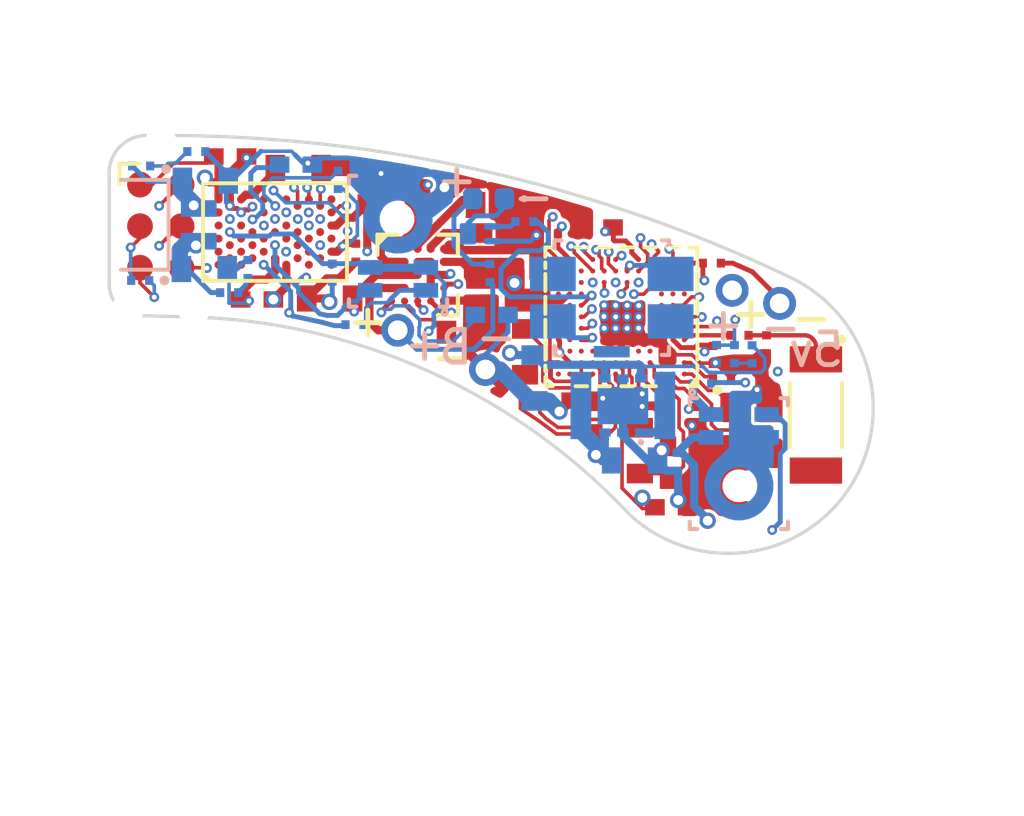
<source format=kicad_pcb>
(kicad_pcb (version 20240108) (generator "pcbnew") (generator_version "8.0")
  (layers (0 "F.Cu" signal) (1 "In1.Cu" power "In1.Cu.Gnd") (2 "In2.Cu" signal "In2.Cu.Sig") (3 "In3.Cu" power "In3.Cu.Pwr") (4 "In4.Cu" power "In4.Cu.Gnd") (5 "In5.Cu" signal "In5.Cu.Sig") (6 "In6.Cu" power "In6.Cu.Gnd") (31 "B.Cu" signal) (34 "B.Paste" user) (35 "F.Paste" user) (36 "B.SilkS" user "B.Silkscreen") (37 "F.SilkS" user "F.Silkscreen") (38 "B.Mask" user) (39 "F.Mask" user) (44 "Edge.Cuts" user))
  (net 0 "")
  (net 1 "+1V8")
  (net 2 "GND")
  (net 3 "Net-(U1-DECR)")
  (net 4 "Net-(U1-DECRF)")
  (net 5 "/MCU/RF_MATCH")
  (net 6 "Net-(U1-DECD)")
  (net 7 "Net-(U1-DECN)")
  (net 8 "Net-(U1-DECA)")
  (net 9 "/MCU/RESET")
  (net 10 "/Audio/MIC_PDM_POWER")
  (net 11 "/Audio/VDD_1V2")
  (net 12 "Net-(C26-Pad1)")
  (net 13 "Net-(C27-Pad1)")
  (net 14 "Net-(U4-VREF1_FILT)")
  (net 15 "Net-(U4-VREF2_FILT)")
  (net 16 "/Power/VBUS")
  (net 17 "Net-(U5-DEC)")
  (net 18 "/Power/VSYS")
  (net 19 "/MCU/BATT_VOLTAGE")
  (net 20 "/Audio/HEADPHONE_OUTN")
  (net 21 "/Audio/HEADPHONE_OUTP")
  (net 23 "Net-(D3-K)")
  (net 24 "/MCU/SWDIO")
  (net 25 "/MCU/SWDCLK")
  (net 26 "/MCU/SWO")
  (net 27 "Net-(U1-DCC)")
  (net 28 "/MCU/RF")
  (net 29 "Net-(U1-DCCD)")
  (net 30 "Net-(U5-SW)")
  (net 31 "/Audio/MIC_PDM_DATA")
  (net 32 "Net-(U2-DATA)")
  (net 33 "Net-(U3-DATA)")
  (net 34 "/Audio/CTRL_IRQ")
  (net 35 "/Power/CHG_CURRENT")
  (net 36 "/MCU/BUTTON1")
  (net 39 "/Power/BAT_NTC")
  (net 40 "/MCU/XC1")
  (net 41 "/MCU/XC2")
  (net 63 "/MCU/PMIC_ISET")
  (net 67 "/MCU/PMIC_ERR")
  (net 68 "/Audio/I2S_MCLK")
  (net 69 "/Audio/SPI_SCK")
  (net 70 "/Audio/SPI_MOSI")
  (net 74 "/MCU/PMIC_CHG")
  (net 75 "/Audio/CTRL_GPIO")
  (net 76 "/Audio/CTRL_RESET")
  (net 77 "/Audio/I2S_FSYNC")
  (net 78 "/Audio/I2S_BCLK")
  (net 79 "/Audio/I2S_DIN")
  (net 83 "/Audio/SPI_CS")
  (net 84 "/Audio/I2S_DOUT")
  (net 85 "/Audio/SPI_MISO")
  (net 86 "/Audio/MIC_PDM_CLOCK")
  (net 120 "Net-(U6-L1)")
  (net 121 "Net-(R7-Pad2)")
  (net 124 "+BATT")
  (net 125 "Net-(D3-A)")
  (net 128 "/MCU/LED")
  (net 129 "Net-(Q1-B)")
  (footprint "nrf5340:C_0402_1005Metric_Square" (layer "F.Cu") (at 108 68.87 90)
    (property "Reference" "C22" (hide yes))
    (property "Value" "1u")
  )
  (footprint "nrf5340:L_0603_1608Metric_MLZ1608M100WTD25" (layer "F.Cu") (at 112.87 73.88 -90)
    (property "Reference" "L4" (hide yes))
    (property "Value" "10u")
  )
  (footprint "nrf5340:C_0402_1005Metric_Square" (layer "F.Cu") (at 113.78 75.37)
    (property "Reference" "C16" (hide yes))
    (property "Value" "1u")
  )
  (footprint "nrf5340:MP06003_Crystal" (layer "F.Cu") (at 119.79 76.28 -90)
    (property "Reference" "Y1" (hide yes))
    (property "Value" "32Mhz 8pF")
  )
  (footprint "nrf5340:C_0603_1608Metric_Square" (layer "F.Cu") (at 112.46 70.97 90)
    (property "Reference" "C33" (hide yes))
    (property "Value" "10u")
  )
  (footprint "nrf5340:C_0201_0603Metric_Square" (layer "F.Cu") (at 117.025 75.53 180)
    (property "Reference" "C15" (hide yes))
    (property "Value" "100n")
  )
  (footprint "nrf5340:MountingHole_0.6mm_Pad_TopBottom" (layer "F.Cu") (at 111.66 74.42)
    (property "Reference" "H6" (hide yes))
    (property "Value" "BATT-")
  )
  (footprint "nrf5340:CS47L63-CWZR" (layer "F.Cu") (at 105.23 70.22 90)
    (property "Reference" "U4" (hide yes))
    (property "Value" "CS47L63-CWZR" (hide yes))
  )
  (footprint "nrf5340:C_0603_1608Metric_Square" (layer "F.Cu") (at 112.06 69.39)
    (property "Reference" "C31" (hide yes))
    (property "Value" "10u")
  )
  (footprint "nrf5340:L_0201_0603Metric_Square" (layer "F.Cu") (at 119.425 73.375)
    (property "Reference" "L2" (hide yes))
    (property "Value" "2n2")
  )
  (footprint "nrf5340:C_0201_0603Metric_Square" (layer "F.Cu") (at 107.7 70.85 -90)
    (property "Reference" "C24" (hide yes))
    (property "Value" "100n")
  )
  (footprint "nrf5340:NRF5340-CLAA-R" (layer "F.Cu") (at 115.815 72.81 180)
    (property "Reference" "U1" (hide yes))
    (property "Value" "NRF5340-CLAA-R" (hide yes))
  )
  (footprint "nrf5340:C_0402_1005Metric_Square" (layer "F.Cu") (at 114.99 75.89 90)
    (property "Reference" "C14" (hide yes))
    (property "Value" "1u")
  )
  (footprint "nrf5340:C_0201_0603Metric_Square" (layer "F.Cu") (at 113.6 70.27 180)
    (property "Reference" "C3" (hide yes))
    (property "Value" "100n")
  )
  (footprint "nrf5340:NPM1100-CAAA-R7" (layer "F.Cu") (at 109.59 71.53)
    (property "Reference" "U5" (hide yes))
    (property "Value" "NPM1100-CAAA-R7" (hide yes))
  )
  (footprint "nrf5340:2450AT18B100E" (layer "F.Cu") (at 121.76 75.81 -90)
    (property "Reference" "E1" (hide yes))
    (property "Value" "ANT")
  )
  (footprint "nrf5340:C_0201_0603Metric_Square" (layer "F.Cu") (at 118.58 71.17)
    (property "Reference" "C4" (hide yes))
    (property "Value" "100n")
  )
  (footprint "nrf5340:C_0402_1005Metric_Square" (layer "F.Cu") (at 117.24 77.27 90)
    (property "Reference" "C9" (hide yes))
    (property "Value" "1u")
  )
  (footprint "nrf5340:C_0201_0603Metric_Square" (layer "F.Cu") (at 118.62 73.975 -90)
    (property "Reference" "C2" (hide yes))
    (property "Value" "100n")
  )
  (footprint "nrf5340:C_0402_1005Metric_Square" (layer "F.Cu") (at 109.96 68.84)
    (property "Reference" "C30" (hide yes))
    (property "Value" "2u2")
  )
  (footprint "nrf5340:C_0402_1005Metric_Square" (layer "F.Cu") (at 103.86 67.91)
    (property "Reference" "C25" (hide yes))
    (property "Value" "1u")
  )
  (footprint "nrf5340:C_0402_1005Metric_Square" (layer "F.Cu") (at 112.06 72.38 180)
    (property "Reference" "C13" (hide yes))
    (property "Value" "1u")
  )
  (footprint "nrf5340:C_0201_0603Metric_Square" (layer "F.Cu") (at 118.89 74.7)
    (property "Reference" "C10" (hide yes))
    (property "Value" "2n2")
  )
  (footprint "nrf5340:C_0603_1608Metric_Square" (layer "F.Cu") (at 106.9 72.25 180)
    (property "Reference" "C32" (hide yes))
    (property "Value" "10u")
  )
  (footprint "nrf5340:C_0201_0603Metric_Square" (layer "F.Cu") (at 113.22 71.89 90)
    (property "Reference" "C5" (hide yes))
    (property "Value" "100n")
  )
  (footprint "nrf5340:C_0603_1608Metric_Square" (layer "F.Cu") (at 105.94 68.26)
    (property "Reference" "C29" (hide yes))
    (property "Value" "10u")
  )
  (footprint "nrf5340:R_0603_1608Metric_Square" (layer "F.Cu") (at 111.17 73.28)
    (property "Reference" "R6" (hide yes))
    (property "Value" "33k")
  )
  (footprint "nrf5340:C_0402_1005Metric_Square" (layer "F.Cu") (at 115.06 70.08 180)
    (property "Reference" "C7" (hide yes))
    (property "Value" "1u")
  )
  (footprint "nrf5340:MountingHole_0.6mm_Pad_TopBottom" (layer "F.Cu") (at 120.65 72.4)
    (property "Reference" "H4" (hide yes))
    (property "Value" "GND")
  )
  (footprint "nrf5340:L_0603_1608Metric_MLZ1608M100WTD25" (layer "F.Cu") (at 111.47 70.95 -90)
    (property "Reference" "L6" (hide yes))
    (property "Value" "2u2")
  )
  (footprint "nrf5340:C_0402_1005Metric_Square" (layer "F.Cu") (at 117.34 78.63)
    (property "Reference" "C8" (hide yes))
    (property "Value" "1u")
  )
  (footprint "nrf5340:C_0201_0603Metric_Square" (layer "F.Cu") (at 118.1 75.84 -90)
    (property "Reference" "C1" (hide yes))
    (property "Value" "100n")
  )
  (footprint "nrf5340:MountingHole_0.6mm_Pad_TopBottom" (layer "F.Cu") (at 119.2 72)
    (property "Reference" "H3" (hide yes))
    (property "Value" "5V")
  )
  (footprint "nrf5340:C_0402_1005Metric_Square" (layer "F.Cu") (at 104.68 72.28 180)
    (property "Reference" "C23" (hide yes))
    (property "Value" "1u")
  )
  (footprint "nrf5340:MountingHole_0.6mm_Pad_TopBottom" (layer "F.Cu") (at 108.98 73.22)
    (property "Reference" "H5" (hide yes))
    (property "Value" "BATT+")
  )
  (footprint "nrf5340:C_0201_0603Metric_Square" (layer "F.Cu") (at 120.25 73.65 -90)
    (property "Reference" "C11" (hide yes))
    (property "Value" "0p7")
  )
  (footprint "nrf5340:Tag-Connect_TC2030-IDC-NL_2x03_P1.27mm_Vertical" (layer "F.Cu") (at 101.74 70.04 -90)
    (property "Reference" "J1" (hide yes))
    (property "Value" "TC2030-NL")
  )
  (footprint "nrf5340:L_0603_1608Metric_MLZ1608M100WTD25" (layer "F.Cu") (at 116.38 76.9 -90)
    (property "Reference" "L1" (hide yes))
    (property "Value" "10u")
  )
  (footprint "nrf5340:R_0201_0603Metric_Square" (layer "B.Cu") (at 103.83 72.07)
    (property "Reference" "R4" (hide yes))
    (property "Value" "22")
  )
  (footprint "nrf5340:C_0201_0603Metric_Square" (layer "B.Cu") (at 102.825 67.76)
    (property "Reference" "C26" (hide yes))
    (property "Value" "100n")
  )
  (footprint "nrf5340:C_0402_1005Metric_Square" (layer "B.Cu") (at 105.87 68.16)
    (property "Reference" "C28" (hide yes))
    (property "Value" "2u2")
  )
  (footprint "nrf5340:R_0201_0603Metric_Square" (layer "B.Cu") (at 107.16 68.625 -90)
    (property "Reference" "R5" (hide yes))
    (property "Value" "100k")
  )
  (footprint "nrf5340:R_0201_0603Metric_Square" (layer "B.Cu") (at 119.27 73.95 90)
    (property "Reference" "R8" (hide yes))
    (property "Value" "1M")
  )
  (footprint "nrf5340:C_0201_0603Metric_Square" (layer "B.Cu") (at 101.11 71.7)
    (property "Reference" "C19" (hide yes))
    (property "Value" "100n")
  )
  (footprint "nrf5340:D_0603_1608Metric_Square" (layer "B.Cu") (at 103.1 68.65)
    (property "Reference" "D2" (hide yes))
    (property "Value" "PESD5V0V1BDSF")
  )
  (footprint "nrf5340:R_0201_0603Metric_Square" (layer "B.Cu") (at 119.81 73.955 -90)
    (property "Reference" "R7" (hide yes))
    (property "Value" "1M")
  )
  (footprint "nrf5340:SW_PTS840GMSMTRLFS" (layer "B.Cu") (at 115.52 72.225)
    (property "Reference" "S1" (hide yes))
    (property "Value" "PUSH_BTN")
  )
  (footprint "nrf5340:R_0201_0603Metric_Square" (layer "B.Cu") (at 118.725 73.945 -90)
    (property "Reference" "R9" (hide yes))
    (property "Value" "1M")
  )
  (footprint "nrf5340:C_0603_1608Metric_Square" (layer "B.Cu") (at 116.22 77.2)
    (property "Reference" "C34" (hide yes))
    (property "Value" "22u")
  )
  (footprint "nrf5340:C_0201_0603Metric_Square" (layer "B.Cu") (at 106.98 71.46 -90)
    (property "Reference" "C21" (hide yes))
    (property "Value" "100n")
  )
  (footprint "nrf5340:MIC_IM69D130V01XTSA1_PadFix_Round" (layer "B.Cu") (at 108.989999 70.499999)
    (property "Reference" "U3" (hide yes))
    (property "Value" "IM69D130_PDM")
  )
  (footprint "nrf5340:MIC_IM69D130V01XTSA1_PadFix_Round" (layer "B.Cu") (at 119.404983 77.294529 180)
    (property "Reference" "U2" (hide yes))
    (property "Value" "IM69D130_PDM")
  )
  (footprint "nrf5340:XCL210C12" (layer "B.Cu") (at 115.86 75.52 90)
    (property "Reference" "U6" (hide yes))
    (property "Value" "XCL210C12" (hide yes))
  )
  (footprint "nrf5340:C_0201_0603Metric_Square" (layer "B.Cu") (at 117.52 77.24 -90)
    (property "Reference" "C20" (hide yes))
    (property "Value" "100n")
  )
  (footprint "nrf5340:R_0201_0603Metric_Square" (layer "B.Cu") (at 112.85 69.9 180)
    (property "Reference" "R10" (hide yes))
    (property "Value" "1k")
  )
  (footprint "nrf5340:BC075-02-A-L-A" (layer "B.Cu") (at 100.7959 70.000001 90)
    (property "Reference" "J2" (hide yes))
    (property "Value" "2POS_FEMALE_1mm" (hide yes))
  )
  (footprint "LED_SMD:LED_0402_1005Metric" (layer "B.Cu") (at 111.7575 69.2 180)
    (property "Reference" "D3" (hide yes))
    (property "Value" "GREEN_LED")
  )
  (footprint "nrf5340:C_0201_0603Metric_Square" (layer "B.Cu") (at 104.4 71.35 90)
    (property "Reference" "C27" (hide yes))
    (property "Value" "100n")
  )
  (footprint "nrf5340:Npn_Transistor_TP5001P3" (layer "B.Cu") (at 111.5 70.275 180)
    (property "Reference" "Q1" (hide yes))
    (property "Value" "NPN_TRANSISTOR")
  )
  (footprint "nrf5340:R_0201_0603Metric_Square" (layer "B.Cu") (at 111.8 71.475 90)
    (property "Reference" "R11" (hide yes))
    (property "Value" "330")
  )
  (footprint "nrf5340:D_0603_1608Metric_Square" (layer "B.Cu") (at 103.07 71.35)
    (property "Reference" "D1" (hide yes))
    (property "Value" "PESD5V0V1BDSF")
  )
  (footprint "nrf5340:R_0201_0603Metric_Square" (layer "B.Cu") (at 101.14 68.2)
    (property "Reference" "R3" (hide yes))
    (property "Value" "22")
  )
  (footprint "nrf5340:R_0201_0603Metric_Square" (layer "B.Cu") (at 118.285 74.85 180)
    (property "Reference" "R1" (hide yes))
    (property "Value" "100")
  )
  (footprint "nrf5340:R_0201_0603Metric_Square" (layer "B.Cu") (at 107.66 73.05)
    (property "Reference" "R2" (hide yes))
    (property "Value" "100")
  )
  (footprint "nrf5340:C_0603_1608Metric_Square" (layer "B.Cu") (at 113.16 74.68 -90)
    (property "Reference" "C35" (hide yes))
    (property "Value" "10u")
  )
  (footprint "nrf5340:R_0402_1005Metric_Square" (layer "B.Cu") (at 111.85 72.75)
    (property "Reference" "TH1" (hide yes))
    (property "Value" "Thermistor_NTC")
  )
  (gr_circle (center 101.85 71.7) (end 101.85 71.7) (stroke (width 0.15)) (fill none) (layer "B.SilkS"))
  (gr_circle (center 101.9 68.3) (end 101.9 68.3) (stroke (width 0.15)) (fill none) (layer "B.SilkS"))
  (gr_circle (center 118.75 75.05) (end 118.75 75.05) (stroke (width 0.15)) (fill none) (layer "F.SilkS"))
  (gr_arc (start 102.649918 72.81293) (mid 109.954636 74.488008) (end 116.054305 78.842183) (stroke (width 0.1)) (layer "Edge.Cuts"))
  (gr_arc (start 101.115954 72.774228) (mid 100.447691 72.499799) (end 100.16524 71.834887) (stroke (width 0.1)) (layer "Edge.Cuts"))
  (gr_line (start 100.16524 68.546825) (end 100.16524 71.834887) (stroke (width 0.1)) (layer "Edge.Cuts"))
  (gr_arc (start 100.16524 68.546825) (mid 100.490349 67.612517) (end 101.418722 67.270827) (stroke (width 0.1)) (layer "Edge.Cuts"))
  (gr_arc (start 101.418722 67.270826) (mid 111.432624 68.315165) (end 120.951848 71.594382) (stroke (width 0.1)) (layer "Edge.Cuts"))
  (gr_line (start 102.649918 72.81293) (end 101.115954 72.774228) (stroke (width 0.1)) (layer "Edge.Cuts"))
  (gr_arc (start 120.951848 71.594383) (mid 122.751666 78.089175) (end 116.054305 78.842183) (stroke (width 0.1)) (layer "Edge.Cuts"))
  (gr_text "+" (at 111.5 69.195 0) (layer "B.SilkS") (effects (font (size 1 1)) (justify left bottom mirror)))
  (gr_text "5" (at 122.7 74.4 0) (layer "B.SilkS") (effects (font (size 1 1)) (justify left bottom mirror)))
  (gr_text "-" (at 121.4 73.7 0) (layer "B.SilkS") (effects (font (size 1 1)) (justify left bottom mirror)))
  (gr_text "+" (at 110.52 74.21 0) (layer "B.SilkS") (effects (font (size 1 1)) (justify left bottom mirror)))
  (gr_text "-" (at 112.715 73.995 0) (layer "B.SilkS") (effects (font (size 1 1)) (justify left bottom mirror)))
  (gr_text "v" (at 121.8 74.4 0) (layer "B.SilkS") (effects (font (size 1 1)) (justify left bottom mirror)))
  (gr_text "-" (at 113.85 69.715 0) (layer "B.SilkS") (effects (font (size 1 1)) (justify left bottom mirror)))
  (gr_text "+" (at 119.65 73.6 0) (layer "B.SilkS") (effects (font (size 1 1)) (justify left bottom mirror)))
  (gr_text "B" (at 111.35 74.325 0) (layer "B.SilkS") (effects (font (size 1 1)) (justify left bottom mirror)))
  (gr_text "-" (at 120.9 73.4 0) (layer "F.SilkS") (effects (font (size 1 1)) (justify left bottom)))
  (gr_text "+" (at 107.35 73.5 0) (layer "F.SilkS") (effects (font (size 1 1)) (justify left bottom)))
  (gr_text "+" (at 119.05 73.25 0) (layer "F.SilkS") (effects (font (size 1 1)) (justify left bottom)))
  (gr_text "-" (at 109.9 74.6 0) (layer "F.SilkS") (effects (font (size 1 1)) (justify left bottom)))
  (segment (start 103.505 68.055) (end 103.36 67.91) (width 0.25) (layer "F.Cu") (net 1))
  (segment (start 115.945468 70.49) (end 115.6 70.49) (width 0.15) (layer "F.Cu") (net 1))
  (segment (start 111.48 71.55) (end 112.45 71.55) (width 0.25) (layer "F.Cu") (net 1))
  (segment (start 113.01 72.3) (end 113.5988 72.8888) (width 0.25) (layer "F.Cu") (net 1))
  (segment (start 113.89 74.21) (end 113.67 74.21) (width 0.15) (layer "F.Cu") (net 1))
  (segment (start 115.459259 70.06) (end 115.315193 70.204066) (width 0.15) (layer "F.Cu") (net 1))
  (segment (start 113.875 70.27) (end 113.875 70.165) (width 0.15) (layer "F.Cu") (net 1))
  (segment (start 112.55 72.3) (end 112.55 71.65) (width 0.25) (layer "F.Cu") (net 1))
  (segment (start 115.8612 74.676868) (end 115.94 74.755668) (width 0.11) (layer "F.Cu") (net 1))
  (segment (start 113.67 73.16) (end 113.66 73.15) (width 0.15) (layer "F.Cu") (net 1))
  (segment (start 115.6 70.49) (end 115.57 70.46) (width 0.15) (layer "F.Cu") (net 1))
  (segment (start 101.105 68.77) (end 101.48 68.77) (width 0.11) (layer "F.Cu") (net 1))
  (segment (start 103.505 68.7) (end 103.23 68.7) (width 0.25) (layer "F.Cu") (net 1))
  (segment (start 115.57 70.06) (end 115.459259 70.06) (width 0.15) (layer "F.Cu") (net 1))
  (segment (start 107.68 70.555) (end 107.7 70.575) (width 0.25) (layer "F.Cu") (net 1))
  (segment (start 118.358901 73.873122) (end 118.557023 73.675) (width 0.15) (layer "F.Cu") (net 1))
  (segment (start 112.45 71.55) (end 112.46 71.56) (width 0.25) (layer "F.Cu") (net 1))
  (segment (start 103.505 69.22) (end 103.505 68.7) (width 0.25) (layer "F.Cu") (net 1))
  (segment (start 118.0588 73.7512) (end 118.135 73.675) (width 0.15) (layer "F.Cu") (net 1))
  (segment (start 117.74 71.41) (end 117.98 71.17) (width 0.15) (layer "F.Cu") (net 1))
  (segment (start 117.04 74.56) (end 117.072842 74.56) (width 0.11) (layer "F.Cu") (net 1))
  (segment (start 114.59 74.522825) (end 114.331625 74.7812) (width 0.11) (layer "F.Cu") (net 1))
  (segment (start 113.6488 74.2312) (end 113.6488 74.659909) (width 0.15) (layer "F.Cu") (net 1))
  (segment (start 116.132247 70.852247) (end 116.132247 70.676779) (width 0.15) (layer "F.Cu") (net 1))
  (segment (start 112.55 72.3) (end 113.085 72.3) (width 0.25) (layer "F.Cu") (net 1))
  (segment (start 117.39 73.51) (end 117.6312 73.7512) (width 0.15) (layer "F.Cu") (net 1))
  (segment (start 114.59 74.21) (end 114.59 74.522825) (width 0.11) (layer "F.Cu") (net 1))
  (segment (start 110.95 71.13) (end 111.47 71.65) (width 0.25) (layer "F.Cu") (net 1))
  (segment (start 113.9988 72.3512) (end 113.4062 72.3512) (width 0.15) (layer "F.Cu") (net 1))
  (segment (start 116.34 71.06) (end 116.132247 70.852247) (width 0.15) (layer "F.Cu") (net 1))
  (segment (start 115.64 74.21) (end 115.8612 74.4312) (width 0.11) (layer "F.Cu") (net 1))
  (segment (start 117.072842 74.56) (end 117.512842 75) (width 0.11) (layer "F.Cu") (net 1))
  (segment (start 113.631405 73.198595) (end 113.67 73.16) (width 0.11) (layer "F.Cu") (net 1))
  (segment (start 115.57 70.46) (end 115.57 70.06) (width 0.15) (layer "F.Cu") (net 1))
  (segment (start 102.14 68.11) (end 103.16 68.11) (width 0.11) (layer "F.Cu") (net 1))
  (segment (start 112.55 72.3) (end 113.01 72.3) (width 0.25) (layer "F.Cu") (net 1))
  (segment (start 113.67 74.21) (end 113.635 74.175) (width 0.15) (layer "F.Cu") (net 1))
  (segment (start 112.46 71.67) (end 112.46 71.6855) (width 0.11) (layer "F.Cu") (net 1))
  (segment (start 113.770091 74.7812) (end 113.6488 74.659909) (width 0.11) (layer "F.Cu") (net 1))
  (segment (start 116.7455 78.63) (end 116.4555 78.34) (width 0.25) (layer "F.Cu") (net 1))
  (segment (start 113.5988 73.0888) (end 113.67 73.16) (width 0.25) (layer "F.Cu") (net 1))
  (segment (start 113.875 70.165) (end 113.995915 70.044085) (width 0.15) (layer "F.Cu") (net 1))
  (segment (start 113.875 70.695) (end 113.875 70.27) (width 0.15) (layer "F.Cu") (net 1))
  (segment (start 110.39 71.13) (end 110.95 71.13) (width 0.25) (layer "F.Cu") (net 1))
  (segment (start 112.46 71.6855) (end 112.55 71.7755) (width 0.11) (layer "F.Cu") (net 1))
  (segment (start 103.23 68.7) (end 103.09 68.56) (width 0.25) (layer "F.Cu") (net 1))
  (segment (start 115.94 75.65) (end 115.835 75.755) (width 0.11) (layer "F.Cu") (net 1))
  (segment (start 103.505 68.7) (end 103.505 68.055) (width 0.25) (layer "F.Cu") (net 1))
  (segment (start 113.085 72.3) (end 113.22 72.165) (width 0.25) (layer "F.Cu") (net 1))
  (segment (start 101.48 68.77) (end 102.14 68.11) (width 0.11) (layer "F.Cu") (net 1))
  (segment (start 115.835 75.755) (end 115.835 78.045) (width 0.11) (layer "F.Cu") (net 1))
  (segment (start 114.24 72.11) (end 113.9988 72.3512) (width 0.15) (layer "F.Cu") (net 1))
  (segment (start 118.1 75.565) (end 117.935323 75.565) (width 0.11) (layer "F.Cu") (net 1))
  (segment (start 114.24 73.16) (end 113.67 73.16) (width 0.15) (layer "F.Cu") (net 1))
  (segment (start 114.331625 74.7812) (end 113.770091 74.7812) (width 0.11) (layer "F.Cu") (net 1))
  (segment (start 116.132247 70.676779) (end 115.945468 70.49) (width 0.15) (layer "F.Cu") (net 1))
  (segment (start 117.98 71.17) (end 118.305 71.17) (width 0.15) (layer "F.Cu") (net 1))
  (segment (start 106.955 70.82) (end 107.12742 70.82) (width 0.25) (layer "F.Cu") (net 1))
  (segment (start 117.512842 75) (end 117.732842 75) (width 0.11) (layer "F.Cu") (net 1))
  (segment (start 118.557023 73.675) (end 118.62 73.675) (width 0.15) (layer "F.Cu") (net 1))
  (segment (start 107.39242 70.555) (end 107.68 70.555) (width 0.25) (layer "F.Cu") (net 1))
  (segment (start 115.835 78.045) (end 116.46 78.67) (width 0.11) (layer "F.Cu") (net 1))
  (segment (start 113.67 74.21) (end 113.6488 74.2312) (width 0.15) (layer "F.Cu") (net 1))
  (segment (start 115.94 74.755668) (end 115.94 75.65) (width 0.11) (layer "F.Cu") (net 1))
  (segment (start 103.16 68.11) (end 103.36 67.91) (width 0.11) (layer "F.Cu") (net 1))
  (segment (start 113.5988 72.8888) (end 113.5988 73.0888) (width 0.25) (layer "F.Cu") (net 1))
  (segment (start 116.84 78.63) (end 116.7455 78.63) (width 0.25) (layer "F.Cu") (net 1))
  (segment (start 115.8612 74.4312) (end 115.8612 74.676868) (width 0.11) (layer "F.Cu") (net 1))
  (segment (start 118.35 71.7) (end 118.305 71.655) (width 0.15) (layer "F.Cu") (net 1))
  (segment (start 112.55 71.65) (end 112.46 71.56) (width 0.25) (layer "F.Cu") (net 1))
  (segment (start 118.1 75.367158) (end 118.1 75.565) (width 0.11) (layer "F.Cu") (net 1))
  (segment (start 118.305 71.655) (end 118.305 71.17) (width 0.15) (layer "F.Cu") (net 1))
  (segment (start 114.24 71.06) (end 113.875 70.695) (width 0.15) (layer "F.Cu") (net 1))
  (segment (start 117.732842 75) (end 118.1 75.367158) (width 0.11) (layer "F.Cu") (net 1))
  (segment (start 113.4062 72.3512) (end 113.22 72.165) (width 0.15) (layer "F.Cu") (net 1))
  (segment (start 107.12742 70.82) (end 107.39242 70.555) (width 0.25) (layer "F.Cu") (net 1))
  (segment (start 118.135 73.675) (end 118.62 73.675) (width 0.15) (layer "F.Cu") (net 1))
  (segment (start 117.935323 75.565) (end 117.872647 75.627676) (width 0.11) (layer "F.Cu") (net 1))
  (segment (start 113.631405 74.171405) (end 113.631405 73.198595) (width 0.11) (layer "F.Cu") (net 1))
  (segment (start 117.6312 73.7512) (end 118.0588 73.7512) (width 0.15) (layer "F.Cu") (net 1))
  (segment (start 116.46 78.67) (end 116.82 78.67) (width 0.11) (layer "F.Cu") (net 1))
  (via (at 120.593635 74.482572) (size 0.3) (drill 0.15) (layers "F.Cu" "B.Cu") (net 1))
  (via (at 113.995915 70.044085) (size 0.3) (drill 0.15) (layers "F.Cu" "B.Cu") (net 1))
  (via (at 118.35 71.7) (size 0.3) (drill 0.15) (layers "F.Cu" "B.Cu") (net 1))
  (via (at 103.09 68.56) (size 0.5) (drill 0.3) (layers "F.Cu" "B.Cu") (net 1))
  (via (at 112.55 71.7755) (size 0.5) (drill 0.3) (layers "F.Cu" "B.Cu") (net 1))
  (via (at 117.872647 75.627676) (size 0.3) (drill 0.15) (layers "F.Cu" "B.Cu") (net 1))
  (via (at 107.29871 70.64871) (size 0.3) (drill 0.15) (layers "F.Cu" "B.Cu") (net 1))
  (via (at 116.4555 78.34) (size 0.5) (drill 0.3) (layers "F.Cu" "B.Cu") (net 1))
  (via (at 115.315193 70.204066) (size 0.3) (drill 0.15) (layers "F.Cu" "B.Cu") (net 1))
  (via (at 118.358901 73.873122) (size 0.3) (drill 0.15) (layers "F.Cu" "B.Cu") (net 1))
  (segment (start 107.307194 68.9) (end 107.16 68.9) (width 0.11) (layer "B.Cu") (net 1))
  (segment (start 107.42129 70.64871) (end 107.74708 70.32292) (width 0.11) (layer "B.Cu") (net 1))
  (segment (start 120.593635 74.482572) (end 120.584952 74.482572) (width 0.25) (layer "B.Cu") (net 1))
  (segment (start 107.74708 69.339886) (end 107.307194 68.9) (width 0.11) (layer "B.Cu") (net 1))
  (segment (start 107.74708 70.32292) (end 107.74708 69.339886) (width 0.11) (layer "B.Cu") (net 1))
  (segment (start 107.29871 70.64871) (end 107.42129 70.64871) (width 0.11) (layer "B.Cu") (net 1))
  (segment (start 120.584952 74.482572) (end 120.57238 74.47) (width 0.25) (layer "B.Cu") (net 1))
  (segment (start 106.787342 72.25) (end 106.2 72.25) (width 0.25) (layer "F.Cu") (net 2))
  (segment (start 115.64 72.81) (end 115.64 72.46) (width 0.15) (layer "F.Cu") (net 2))
  (segment (start 117.04 73.58) (end 117.04 73.99) (width 0.15) (layer "F.Cu") (net 2))
  (segment (start 115.28 72.8) (end 115.63 72.8) (width 0.15) (layer "F.Cu") (net 2))
  (segment (start 117.715 78.215) (end 118.4395 77.4905) (width 0.11) (layer "F.Cu") (net 2))
  (segment (start 115.286763 72.455603) (end 115.28 72.462366) (width 0.15) (layer "F.Cu") (net 2))
  (segment (start 109.59 71.93) (end 109.99 71.93) (width 0.25) (layer "F.Cu") (net 2))
  (segment (start 115.63 73.48) (end 115.98 73.48) (width 0.15) (layer "F.Cu") (net 2))
  (segment (start 106.815 71.635) (end 107.24 71.635) (width 0.25) (layer "F.Cu") (net 2))
  (segment (start 118.62 74.225) (end 118.227842 74.225) (width 0.11) (layer "F.Cu") (net 2))
  (segment (start 110.446212 70.765) (end 110.411212 70.73) (width 0.25) (layer "F.Cu") (net 2))
  (segment (start 118.4395 77.4905) (end 118.4395 76.845) (width 0.11) (layer "F.Cu") (net 2))
  (segment (start 113.325 69.675) (end 113.61 69.39) (width 0.15) (layer "F.Cu") (net 2))
  (segment (start 116.45 75.55) (end 116.47 75.53) (width 0.11) (layer "F.Cu") (net 2))
  (segment (start 116.34 75.050243) (end 116.34 74.56) (width 0.11) (layer "F.Cu") (net 2))
  (segment (start 104.39301 72.28) (end 104.437541 72.324531) (width 0.25) (layer "F.Cu") (net 2))
  (segment (start 119.800998 74.5) (end 119.345 74.5) (width 0.11) (layer "F.Cu") (net 2))
  (segment (start 115.99 73.16) (end 115.99 73.47) (width 0.15) (layer "F.Cu") (net 2))
  (segment (start 117.04 73.99) (end 117.26 74.21) (width 0.15) (layer "F.Cu") (net 2))
  (segment (start 117.55 78.409502) (end 117.715 78.244502) (width 0.11) (layer "F.Cu") (net 2))
  (segment (start 106.64 68.26) (end 107.92 68.26) (width 0.5) (layer "F.Cu") (net 2))
  (segment (start 113.22 71.615) (end 113.22 70.375) (width 0.15) (layer "F.Cu") (net 2))
  (segment (start 116.75 75.56) (end 116.75 75.53) (width 0.11) (layer "F.Cu") (net 2))
  (segment (start 117.1637 76.77) (end 117.32 76.77) (width 0.11) (layer "F.Cu") (net 2))
  (segment (start 113.926405 73.546405) (end 113.89 73.51) (width 0.15) (layer "F.Cu") (net 2))
  (segment (start 104.975 71.67) (end 104.58 71.67) (width 0.25) (layer "F.Cu") (net 2))
  (segment (start 104.273081 69.541919) (end 104.195 69.62) (width 0.15) (layer "F.Cu") (net 2))
  (segment (start 115.64 73.47) (end 115.63 73.48) (width 0.15) (layer "F.Cu") (net 2))
  (segment (start 117.39 73.86) (end 117.39 74.21) (width 0.15) (layer "F.Cu") (net 2))
  (segment (start 113.325 70.27) (end 113.325 69.675) (width 0.15) (layer "F.Cu") (net 2))
  (segment (start 110.411212 70.73) (end 110.400606 70.740606) (width 0.25) (layer "F.Cu") (net 2))
  (segment (start 119.960998 74.539002) (end 119.960998 75.035) (width 0.11) (layer "F.Cu") (net 2))
  (segment (start 114.57 70.04) (end 114.57 70.06) (width 0.25) (layer "F.Cu") (net 2))
  (segment (start 104.36 67.91) (end 103.85 68.42) (width 0.25) (layer "F.Cu") (net 2))
  (segment (start 105.24 71.405) (end 104.975 71.67) (width 0.25) (layer "F.Cu") (net 2))
  (segment (start 115.98 73.48) (end 116.34 73.48) (width 0.15) (layer "F.Cu") (net 2))
  (segment (start 115.63 72.8) (end 115.64 72.81) (width 0.15) (layer "F.Cu") (net 2))
  (segment (start 107.92 68.26) (end 108.03 68.37) (width 0.5) (layer "F.Cu") (net 2))
  (segment (start 115.64 72.81) (end 115.64 73.16) (width 0.15) (layer "F.Cu") (net 2))
  (segment (start 104.36 67.91) (end 104.36 67.94885) (width 0.25) (layer "F.Cu") (net 2))
  (segment (start 112.46 70.27) (end 112.46 69.99) (width 0.25) (layer "F.Cu") (net 2))
  (segment (start 113.926405 73.896405) (end 114.24 74.21) (width 0.15) (layer "F.Cu") (net 2))
  (segment (start 116.343733 72.464508) (end 116.34 72.468241) (width 0.15) (layer "F.Cu") (net 2))
  (segment (start 111.98 68.81) (end 110.49 68.81) (width 0.11) (layer "F.Cu") (net 2))
  (segment (start 113.221465 70.316237) (end 113.278763 70.316237) (width 0.15) (layer "F.Cu") (net 2))
  (segment (start 119.405 76.845) (end 118.4395 76.845) (width 0.11) (layer "F.Cu") (net 2))
  (segment (start 118.855 71.17) (end 119.215787 71.17) (width 0.15) (layer "F.Cu") (net 2))
  (segment (start 113.961706 75.704187) (end 114.28 75.385893) (width 0.25) (layer "F.Cu") (net 2))
  (segment (start 120.060998 74.76) (end 120.27 74.76) (width 0.11) (layer "F.Cu") (net 2))
  (segment (start 104.885 70.02) (end 104.89 70.02) (width 0.11) (layer "F.Cu") (net 2))
  (segment (start 114.28 75.38) (end 114.98 75.38) (width 0.25) (layer "F.Cu") (net 2))
  (segment (start 116.34 73.48) (end 116.94 73.48) (width 0.15) (layer "F.Cu") (net 2))
  (segment (start 113.922579 75.704187) (end 113.961706 75.704187) (width 0.25) (layer "F.Cu") (net 2))
  (segment (start 118.62 74.225) (end 118.6305 74.2145) (width 0.11) (layer "F.Cu") (net 2))
  (segment (start 117.715 78.244502) (end 117.715 78.215) (width 0.11) (layer "F.Cu") (net 2))
  (segment (start 108.41 68.37) (end 108.47 68.43) (width 0.25) (layer "F.Cu") (net 2))
  (segment (start 116.073613 71.238385) (end 115.99 71.321998) (width 0.15) (layer "F.Cu") (net 2))
  (segment (start 113.2562 71.6512) (end 113.9988 71.6512) (width 0.15) (layer "F.Cu") (net 2))
  (segment (start 112.76 69.39) (end 113.92 69.39) (width 0.25) (layer "F.Cu") (net 2))
  (segment (start 112.46 70.27) (end 111.965 70.765) (width 0.25) (layer "F.Cu") (net 2))
  (segment (start 112.76 69.39) (end 112.3 68.93) (width 0.11) (layer "F.Cu") (net 2))
  (segment (start 104.195 69.62) (end 104.073081 69.498081) (width 0.15) (layer "F.Cu") (net 2))
  (segment (start 112.3 68.93) (end 112.1 68.93) (width 0.11) (layer "F.Cu") (net 2))
  (segment (start 106.64 68.26) (end 106.38 68.26) (width 0.11) (layer "F.Cu") (net 2))
  (segment (start 116.94 73.48) (end 117.04 73.58) (width 0.15) (layer "F.Cu") (net 2))
  (segment (start 101.105 71.775) (end 101.54 72.21) (width 0.11) (layer "F.Cu") (net 2))
  (segment (start 106.2 72.25) (end 106.815 71.635) (width 0.25) (layer "F.Cu") (net 2))
  (segment (start 109.99 71.53) (end 110.558772 71.53) (width 0.25) (layer "F.Cu") (net 2))
  (segment (start 117.26 74.21) (end 117.39 74.21) (width 0.15) (layer "F.Cu") (net 2))
  (segment (start 118.690776 74.2145) (end 118.690776 74.225776) (width 0.11) (layer "F.Cu") (net 2))
  (segment (start 117.045498 76.888202) (end 117.1637 76.77) (width 0.11) (layer "F.Cu") (net 2))
  (segment (start 118.1 76.115) (end 118.1 76.5055) (width 0.11) (layer "F.Cu") (net 2))
  (segment (start 107.24 71.585) (end 107.7 71.125) (width 0.25) (layer "F.Cu") (net 2))
  (segment (start 115.29 73.4) (end 115.37 73.48) (width 0.15) (layer "F.Cu") (net 2))
  (segment (start 110.405 72.315) (end 110.395061 72.324939) (width 0.25) (layer "F.Cu") (net 2))
  (segment (start 120.25 74.25) (end 119.960998 74.539002) (width 0.11) (layer "F.Cu") (net 2))
  (segment (start 104.54 69.42) (end 104.418081 69.541919) (width 0.15) (layer "F.Cu") (net 2))
  (segment (start 118.690776 74.225776) (end 119.165 74.7) (width 0.11) (layer "F.Cu") (net 2))
  (segment (start 115.99 72.81) (end 116.34 72.81) (width 0.15) (layer "F.Cu") (net 2))
  (segment (start 118.227842 74.225) (end 117.974042 73.9712) (width 0.11) (layer "F.Cu") (net 2))
  (segment (start 113.278763 70.316237) (end 113.325 70.27) (width 0.15) (layer "F.Cu") (net 2))
  (segment (start 120.65 72.267841) (end 120.65 72.4) (width 0.15) (layer "F.Cu") (net 2))
  (segment (start 112.1 68.93) (end 111.98 68.81) (width 0.11) (layer "F.Cu") (net 2))
  (segment (start 104.073081 69.498081) (end 103.928081 69.498081) (width 0.15) (layer "F.Cu") (net 2))
  (segment (start 117.55 78.409502) (end 117.770498 78.63) (width 0.25) (layer "F.Cu") (net 2))
  (segment (start 119.215787 71.17) (end 119.817461 71.435302) (width 0.15) (layer "F.Cu") (net 2))
  (segment (start 115.99 73.47) (end 115.98 73.48) (width 0.15) (layer "F.Cu") (net 2))
  (segment (start 118.1 76.115) (end 117.983591 76.115) (width 0.11) (layer "F.Cu") (net 2))
  (segment (start 113.22 70.375) (end 113.325 70.27) (width 0.15) (layer "F.Cu") (net 2))
  (segment (start 104.36 67.94885) (end 104.357921 67.950929) (width 0.25) (layer "F.Cu") (net 2))
  (segment (start 103.928081 69.498081) (end 103.85 69.42) (width 0.15) (layer "F.Cu") (net 2))
  (segment (start 113.22 71.615) (end 113.2562 71.6512) (width 0.15) (layer "F.Cu") (net 2))
  (segment (start 116.339225 72.46) (end 115.29 72.46) (width 0.15) (layer "F.Cu") (net 2))
  (segment (start 115.64 73.16) (end 115.64 73.47) (width 0.15) (layer "F.Cu") (net 2))
  (segment (start 112.46 69.99) (end 112.46 69.69) (width 0.25) (layer "F.Cu") (net 2))
  (segment (start 119.817461 71.435302) (end 120.65 72.267841) (width 0.15) (layer "F.Cu") (net 2))
  (segment (start 109.99 71.13) (end 109.99 71.93) (width 0.25) (layer "F.Cu") (net 2))
  (segment (start 114.94 74.21) (end 115.1612 74.4312) (width 0.11) (layer "F.Cu") (net 2))
  (segment (start 117.32 76.77) (end 117.32 76.13) (width 0.11) (layer "F.Cu") (net 2))
  (segment (start 115.1612 75.2188) (end 114.99 75.39) (width 0.1335) (layer "F.Cu") (net 2))
  (segment (start 104.418081 69.541919) (end 104.273081 69.541919) (width 0.15) (layer "F.Cu") (net 2))
  (segment (start 118.1 76.5055) (end 118.2145 76.62) (width 0.11) (layer "F.Cu") (net 2))
  (segment (start 120.25 73.925) (end 120.25 74.25) (width 0.11) (layer "F.Cu") (net 2))
  (segment (start 117.32 76.13) (end 116.75 75.56) (width 0.11) (layer "F.Cu") (net 2))
  (segment (start 117.974042 73.9712) (end 117.5012 73.9712) (width 0.11) (layer "F.Cu") (net 2))
  (segment (start 110.49 68.81) (end 110.46 68.84) (width 0.11) (layer "F.Cu") (net 2))
  (segment (start 113.9988 71.6512) (end 114.24 71.41) (width 0.15) (layer "F.Cu") (net 2))
  (segment (start 111.965 70.765) (end 110.446212 70.765) (width 0.25) (layer "F.Cu") (net 2))
  (segment (start 115.29 72.81) (end 115.29 73.16) (width 0.15) (layer "F.Cu") (net 2))
  (segment (start 115.64 72.81) (end 115.99 72.81) (width 0.15) (layer "F.Cu") (net 2))
  (segment (start 109.59 71.13) (end 109.99 71.13) (width 0.25) (layer "F.Cu") (net 2))
  (segment (start 116.343733 72.464508) (end 116.339225 72.46) (width 0.15) (layer "F.Cu") (net 2))
  (segment (start 113.926405 73.896403) (end 113.926405 73.896405) (width 0.15) (layer "F.Cu") (net 2))
  (segment (start 104.18 72.28) (end 104.39301 72.28) (width 0.25) (layer "F.Cu") (net 2))
  (segment (start 115.99 72.81) (end 115.99 72.46) (width 0.15) (layer "F.Cu") (net 2))
  (segment (start 111.56 72.38) (end 111.495 72.315) (width 0.25) (layer "F.Cu") (net 2))
  (segment (start 105.23 71.02) (end 105.24 71.03) (width 0.25) (layer "F.Cu") (net 2))
  (segment (start 115.28 72.81) (end 115.29 72.81) (width 0.15) (layer "F.Cu") (net 2))
  (segment (start 111.83 73.28) (end 111.84 73.28) (width 0.25) (layer "F.Cu") (net 2))
  (segment (start 116.34 72.81) (end 116.34 73.16) (width 0.15) (layer "F.Cu") (net 2))
  (segment (start 117.5012 73.9712) (end 117.39 73.86) (width 0.11) (layer "F.Cu") (net 2))
  (segment (start 103.85 68.42) (end 103.85 69.42) (width 0.25) (layer "F.Cu") (net 2))
  (segment (start 115.29 73.16) (end 115.29 73.4) (width 0.15) (layer "F.Cu") (net 2))
  (segment (start 116.34 75.44) (end 116.34 74.56) (width 0.11) (layer "F.Cu") (net 2))
  (segment (start 110.558772 71.53) (end 110.592772 71.496) (width 0.25) (layer "F.Cu") (net 2))
  (segment (start 116.34 73.16) (end 116.34 73.48) (width 0.15) (layer "F.Cu") (net 2))
  (segment (start 112.46 69.69) (end 112.76 69.39) (width 0.25) (layer "F.Cu") (net 2))
  (segment (start 104.54 69.42) (end 104.54 69.4445) (width 0.15) (layer "F.Cu") (net 2))
  (segment (start 115.1612 75.15) (end 115.1612 75.2188) (width 0.1335) (layer "F.Cu") (net 2))
  (segment (start 116.451757 75.162) (end 116.34 75.050243) (width 0.11) (layer "F.Cu") (net 2))
  (segment (start 115.1612 75.15) (end 115.1612 75.1988) (width 0.11) (layer "F.Cu") (net 2))
  (segment (start 115.286763 72.456763) (end 115.29 72.46) (width 0.15) (layer "F.Cu") (net 2))
  (segment (start 107.24 71.635) (end 107.24 71.585) (width 0.25) (layer "F.Cu") (net 2))
  (segment (start 104.58 71.67) (end 104.18 72.07) (width 0.25) (layer "F.Cu") (net 2))
  (segment (start 119.345 74.5) (end 119.205 74.64) (width 0.11) (layer "F.Cu") (net 2))
  (segment (start 104.18 72.07) (end 104.18 72.28) (width 0.25) (layer "F.Cu") (net 2))
  (segment (start 106.8905 72.353158) (end 106.787342 72.25) (width 0.25) (layer "F.Cu") (net 2))
  (segment (start 120.365 75.555) (end 120.365 74.855) (width 0.11) (layer "F.Cu") (net 2))
  (segment (start 118.4395 76.845) (end 118.2145 76.62) (width 0.11) (layer "F.Cu") (net 2))
  (segment (start 116.34 72.468241) (end 116.34 72.81) (width 0.15) (layer "F.Cu") (net 2))
  (segment (start 118.6305 74.2145) (end 118.690776 74.2145) (width 0.11) (layer "F.Cu") (net 2))
  (segment (start 115.37 73.48) (end 115.63 73.48) (width 0.15) (layer "F.Cu") (net 2))
  (segment (start 115.99 72.81) (end 115.99 73.16) (width 0.15) (layer "F.Cu") (net 2))
  (segment (start 105.24 71.03) (end 105.24 71.405) (width 0.25) (layer "F.Cu") (net 2))
  (segment (start 117.770498 78.63) (end 117.84 78.63) (width 0.25) (layer "F.Cu") (net 2))
  (segment (start 115.286763 72.455603) (end 115.286763 72.456763) (width 0.15) (layer "F.Cu") (net 2))
  (segment (start 108.03 68.37) (end 108.41 68.37) (width 0.25) (layer "F.Cu") (net 2))
  (segment (start 115.99 71.321998) (end 115.99 71.41) (width 0.15) (layer "F.Cu") (net 2))
  (segment (start 115.29 73.16) (end 116.34 73.16) (width 0.15) (layer "F.Cu") (net 2))
  (segment (start 101.105 71.31) (end 101.105 71.775) (width 0.11) (layer "F.Cu") (net 2))
  (segment (start 115.28 72.462366) (end 115.28 72.81) (width 0.15) (layer "F.Cu") (net 2))
  (segment (start 115.1612 74.4312) (end 115.1612 75.15) (width 0.11) (layer "F.Cu") (net 2))
  (segment (start 111.495 72.315) (end 110.405 72.315) (width 0.25) (layer "F.Cu") (net 2))
  (segment (start 106.38 68.26) (end 106.233243 68.113243) (width 0.11) (layer "F.Cu") (net 2))
  (segment (start 111.55 72.3) (end 111.45 72.4) (width 0.25) (layer "F.Cu") (net 2))
  (segment (start 113.926405 73.896403) (end 113.926405 73.546405) (width 0.15) (layer "F.Cu") (net 2))
  (segment (start 116.47 75.53) (end 116.75 75.53) (width 0.11) (layer "F.Cu") (net 2))
  (segment (start 120.365 74.855) (end 120.27 74.76) (width 0.11) (layer "F.Cu") (net 2))
  (segment (start 113.92 69.39) (end 114.57 70.04) (width 0.25) (layer "F.Cu") (net 2))
  (segment (start 110.43 68.94) (end 110.55 68.94) (width 0.25) (layer "F.Cu") (net 2))
  (segment (start 119.800998 74.5) (end 120.060998 74.76) (width 0.11) (layer "F.Cu") (net 2))
  (segment (start 116.45 75.55) (end 116.34 75.44) (width 0.11) (layer "F.Cu") (net 2))
  (segment (start 117.983591 76.115) (end 117.967862 76.130729) (width 0.11) (layer "F.Cu") (net 2))
  (via (at 115.64 72.46) (size 0.3) (drill 0.15) (layers "F.Cu" "B.Cu") (net 2))
  (via (at 106.61 70.62) (size 0.3) (drill 0.15) (layers "F.Cu" "B.Cu") (net 2))
  (via (at 115.99 73.16) (size 0.3) (drill 0.15) (layers "F.Cu" "B.Cu") (net 2))
  (via (at 116.45 75.55) (size 0.3) (drill 0.15) (layers "F.Cu" "B.Cu") (net 2))
  (via (at 104.54 69.4445) (size 0.3) (drill 0.15) (layers "F.Cu" "B.Cu") (net 2))
  (via (at 119.960998 75.035) (size 0.3) (drill 0.15) (layers "F.Cu" "B.Cu") (net 2))
  (via (at 115.99 72.81) (size 0.3) (drill 0.15) (layers "F.Cu" "B.Cu") (net 2))
  (via (at 108.47 68.43) (size 0.3) (drill 0.15) (layers "F.Cu" "B.Cu") (net 2))
  (via (at 116.073613 71.238385) (size 0.3) (drill 0.15) (layers "F.Cu" "B.Cu") (net 2))
  (via (at 116.34 73.16) (size 0.3) (drill 0.15) (layers "F.Cu" "B.Cu") (net 2))
  (via (at 115.2455 75.297913) (size 0.3) (drill 0.15) (layers "F.Cu" "B.Cu") (net 2))
  (via (at 116.451757 75.162) (size 0.3) (drill 0.15) (layers "F.Cu" "B.Cu") (net 2))
  (via (at 115.286763 72.455603) (size 0.3) (drill 0.15) (layers "F.Cu" "B.Cu") (net 2))
  (via (at 106.61 69.82) (size 0.3) (drill 0.15) (layers "F.Cu" "B.Cu") (net 2))
  (via (at 116.343733 72.464508) (size 0.3) (drill 0.15) (layers "F.Cu" "B.Cu") (net 2))
  (via (at 116.34 72.81) (size 0.3) (drill 0.15) (layers "F.Cu" "B.Cu") (net 2))
  (via (at 106.8905 72.353158) (size 0.5) (drill 0.3) (layers "F.Cu" "B.Cu") (net 2))
  (via (at 115.64 73.16) (size 0.3) (drill 0.15) (layers "F.Cu" "B.Cu") (net 2))
  (via (at 110.407273 68.852728) (size 0.5) (drill 0.3) (layers "F.Cu" "B.Cu") (net 2))
  (via (at 101.54 72.21) (size 0.3) (drill 0.15) (layers "F.Cu" "B.Cu") (net 2))
  (via (at 110.592772 71.496) (size 0.3) (drill 0.15) (layers "F.Cu" "B.Cu") (net 2))
  (via (at 104.357921 67.950929) (size 0.3) (drill 0.15) (layers "F.Cu" "B.Cu") (net 2))
  (via (at 104.437541 72.324531) (size 0.3) (drill 0.15) (layers "F.Cu" "B.Cu") (net 2))
  (via (at 115.64 72.81) (size 0.3) (drill 0.15) (layers "F.Cu" "B.Cu") (net 2))
  (via (at 117.045498 76.888202) (size 0.5) (drill 0.3) (layers "F.Cu" "B.Cu") (net 2))
  (via (at 117.55 78.409502) (size 0.5) (drill 0.3) (layers "F.Cu" "B.Cu") (net 2))
  (via (at 106.233243 68.113243) (size 0.3) (drill 0.15) (layers "F.Cu" "B.Cu") (net 2))
  (via (at 103.85 69.42) (size 0.3) (drill 0.15) (layers "F.Cu" "B.Cu") (net 2))
  (via (at 118.690776 74.2145) (size 0.3) (drill 0.15) (layers "F.Cu" "B.Cu") (net 2))
  (via (at 115.29 73.16) (size 0.3) (drill 0.15) (layers "F.Cu" "B.Cu") (net 2))
  (via (at 115.99 72.46) (size 0.3) (drill 0.15) (layers "F.Cu" "B.Cu") (net 2))
  (via (at 104.89 70.02) (size 0.3) (drill 0.15) (layers "F.Cu" "B.Cu") (net 2))
  (via (at 113.926405 73.896403) (size 0.3) (drill 0.15) (layers "F.Cu" "B.Cu") (net 2))
  (via (at 104.195 69.62) (size 0.3) (drill 0.15) (layers "F.Cu" "B.Cu") (net 2))
  (via (at 115.28 72.8) (size 0.3) (drill 0.15) (layers "F.Cu" "B.Cu") (net 2))
  (via (at 113.221465 70.316237) (size 0.3) (drill 0.15) (layers "F.Cu" "B.Cu") (net 2))
  (via (at 113.922579 75.704187) (size 0.5) (drill 0.3) (layers "F.Cu" "B.Cu") (net 2))
  (via (at 117.967862 76.130729) (size 0.3) (drill 0.15) (layers "F.Cu" "B.Cu") (net 2))
  (segment (start 116.073613 71.238385) (end 117.048385 71.238385) (width 0.15) (layer "B.Cu") (net 2))
  (segment (start 106.36 68.17) (end 106.575395 67.954605) (width 0.15) (layer "B.Cu") (net 2))
  (segment (start 103.83 68.49) (end 103.83 68.72) (width 0.15) (layer "B.Cu") (net 2))
  (segment (start 111.66 74.42) (end 111.66 73.965) (width 0.15) (layer "B.Cu") (net 2))
  (segment (start 112.35 73.275) (end 112.35 72.875) (width 0.15) (layer "B.Cu") (net 2))
  (segment (start 120.004529 76.494529) (end 120.254983 76.494529) (width 0.15) (layer "B.Cu") (net 2))
  (segment (start 115.86 76.442801) (end 116.637199 77.22) (width 0.25) (layer "B.Cu") (net 2))
  (segment (start 104.065 71.35) (end 104.34 71.075) (width 0.15) (layer "B.Cu") (net 2))
  (segment (start 119.584983 76.494529) (end 118.704983 77.374529) (width 0.25) (layer "B.Cu") (net 2))
  (segment (start 110.407273 69.102725) (end 109.689999 69.819999) (width 0.25) (layer "B.Cu") (net 2))
  (segment (start 105.840571 67.859429) (end 106.151141 68.17) (width 0.15) (layer "B.Cu") (net 2))
  (segment (start 116.637199 77.22) (end 116.9 77.22) (width 0.25) (layer "B.Cu") (net 2))
  (segment (start 115.86 74.6945) (end 115.86 75.52) (width 0.25) (layer "B.Cu") (net 2))
  (segment (start 103.74 69.31) (end 103.85 69.42) (width 0.15) (layer "B.Cu") (net 2))
  (segment (start 103.825 72.39213) (end 103.825 71.455) (width 0.11) (layer "B.Cu") (net 2))
  (segment (start 112.1 74.42) (end 111.66 74.42) (width 0.5) (layer "B.Cu") (net 2))
  (segment (start 113.16 75.38) (end 113.06 75.38) (width 0.5) (layer "B.Cu") (net 2))
  (segment (start 106.8905 72.353158) (end 106.98 72.263658) (width 0.15) (layer "B.Cu") (net 2))
  (segment (start 105.731142 67.75) (end 104.8 67.75) (width 0.11) (layer "B.Cu") (net 2))
  (segment (start 109.12 68.46) (end 110.22 68.46) (width 0.15) (layer "B.Cu") (net 2))
  (segment (start 106.98 72.263658) (end 106.98 71.735) (width 0.15) (layer "B.Cu") (net 2))
  (segment (start 117.195 77.515) (end 117.52 77.515) (width 0.25) (layer "B.Cu") (net 2))
  (segment (start 110.480001 68.78) (end 110.407273 68.852728) (width 0.11) (layer "B.Cu") (net 2))
  (segment (start 109.077642 68.46) (end 109.12 68.46) (width 0.15) (layer "B.Cu") (net 2))
  (segment (start 101.54 71.855) (end 101.385 71.7) (width 0.11) (layer "B.Cu") (net 2))
  (segment (start 106.575395 67.954605) (end 107.435308 67.954605) (width 0.15) (layer "B.Cu") (net 2))
  (segment (start 113.06 75.38) (end 112.1 74.42) (width 0.5) (layer "B.Cu") (net 2))
  (segment (start 111.66 73.965) (end 112.35 73.275) (width 0.15) (layer "B.Cu") (net 2))
  (segment (start 103.825 71.455) (end 103.72 71.35) (width 0.11) (layer "B.Cu") (net 2))
  (segment (start 120.254983 76.494529) (end 119.584983 76.494529) (width 0.25) (layer "B.Cu") (net 2))
  (segment (start 108.761721 68.144079) (end 109.077642 68.46) (width 0.15) (layer "B.Cu") (net 2))
  (segment (start 103.72 71.35) (end 104.065 71.35) (width 0.15) (layer "B.Cu") (net 2))
  (segment (start 115.86 76.3455) (end 115.86 75.52) (width 0.25) (layer "B.Cu") (net 2))
  (segment (start 113.037702 70.5) (end 111.875 70.5) (width 0.15) (layer "B.Cu") (net 2))
  (segment (start 110.407273 68.852728) (end 110.407273 69.102725) (width 0.25) (layer "B.Cu") (net 2))
  (segment (start 119.960998 75.039002) (end 119.56 75.44) (width 0.25) (layer "B.Cu") (net 2))
  (segment (start 119.960998 75.035) (end 119.960998 75.039002) (width 0.25) (layer "B.Cu") (net 2))
  (segment (start 105.840571 67.859429) (end 105.731142 67.75) (width 0.11) (layer "B.Cu") (net 2))
  (segment (start 116.9 77.22) (end 117.195 77.515) (width 0.25) (layer "B.Cu") (net 2))
  (segment (start 101.54 72.21) (end 101.54 71.855) (width 0.11) (layer "B.Cu") (net 2))
  (segment (start 104.8 67.75) (end 103.83 68.72) (width 0.15) (layer "B.Cu") (net 2))
  (segment (start 110.407273 68.647273) (end 110.407273 68.852728) (width 0.15) (layer "B.Cu") (net 2))
  (segment (start 119.56 76.209546) (end 119.844983 76.494529) (width 0.25) (layer "B.Cu") (net 2))
  (segment (start 117.048385 71.238385) (end 117.32 71.51) (width 0.15) (layer "B.Cu") (net 2))
  (segment (start 115.86 76.3455) (end 115.86 76.442801) (width 0.25) (layer "B.Cu") (net 2))
  (segment (start 103.74 68.67) (end 103.74 69.31) (width 0.15) (layer "B.Cu") (net 2))
  (segment (start 119.56 75.44) (end 119.56 76.209546) (width 0.25) (layer "B.Cu") (net 2))
  (segment (start 106.151141 68.17) (end 106.36 68.17) (width 0.15) (layer "B.Cu") (net 2))
  (segment (start 110.22 68.46) (end 110.407273 68.647273) (width 0.15) (layer "B.Cu") (net 2))
  (segment (start 113.221465 70.316237) (end 113.037702 70.5) (width 0.15) (layer "B.Cu") (net 2))
  (segment (start 117.55 77.545) (end 117.52 77.515) (width 0.25) (layer "B.Cu") (net 2))
  (segment (start 113.598392 75.38) (end 113.922579 75.704187) (width 0.5) (layer "B.Cu") (net 2))
  (segment (start 103.825 72.39213) (end 104.472352 72.39213) (width 0.11) (layer "B.Cu") (net 2))
  (segment (start 113.16 75.38) (end 113.598392 75.38) (width 0.5) (layer "B.Cu") (net 2))
  (segment (start 118.704983 77.374529) (end 118.704983 77.974529) (width 0.25) (layer "B.Cu") (net 2))
  (segment (start 103.1 67.76) (end 103.83 68.49) (width 0.15) (layer "B.Cu") (net 2))
  (segment (start 120.254983 76.494529) (end 119.844983 76.494529) (width 0.25) (layer "B.Cu") (net 2))
  (segment (start 107.435308 67.954605) (end 108.761721 68.144079) (width 0.15) (layer "B.Cu") (net 2))
  (segment (start 117.55 78.409502) (end 117.55 77.545) (width 0.25) (layer "B.Cu") (net 2))
  (segment (start 117.367175 75.2) (end 117.44 75.2) (width 0.11) (layer "F.Cu") (net 3))
  (segment (start 117.577647 75.337647) (end 117.577647 76.197647) (width 0.11) (layer "F.Cu") (net 3))
  (segment (start 117.44 75.2) (end 117.577647 75.337647) (width 0.11) (layer "F.Cu") (net 3))
  (segment (start 117.71 77.38) (end 117.49 77.6) (width 0.11) (layer "F.Cu") (net 3))
  (segment (start 116.8188 74.3388) (end 116.8188 74.651625) (width 0.11) (layer "F.Cu") (net 3))
  (segment (start 117.49 77.6) (end 116.38 77.6) (width 0.11) (layer "F.Cu") (net 3))
  (segment (start 117.71 76.33) (end 117.71 77.38) (width 0.11) (layer "F.Cu") (net 3))
  (segment (start 116.8188 74.651625) (end 117.367175 75.2) (width 0.11) (layer "F.Cu") (net 3))
  (segment (start 116.69 74.21) (end 116.8188 74.3388) (width 0.11) (layer "F.Cu") (net 3))
  (segment (start 117.577647 76.197647) (end 117.71 76.33) (width 0.11) (layer "F.Cu") (net 3))
  (segment (start 118.36 74.64) (end 118.555 74.64) (width 0.11) (layer "F.Cu") (net 4))
  (segment (start 117.74 74.21) (end 117.93 74.21) (width 0.11) (layer "F.Cu") (net 4))
  (segment (start 118.555 74.64) (end 118.615 74.7) (width 0.11) (layer "F.Cu") (net 4))
  (segment (start 117.93 74.21) (end 118.36 74.64) (width 0.11) (layer "F.Cu") (net 4))
  (segment (start 121.83 74.04) (end 121.76 74.11) (width 0.11) (layer "F.Cu") (net 5))
  (segment (start 121.637868 73.462868) (end 121.672132 73.497132) (width 0.1335) (layer "F.Cu") (net 5))
  (segment (start 119.7 73.375) (end 121.425736 73.375) (width 0.1335) (layer "F.Cu") (net 5))
  (segment (start 121.085 74.11) (end 121.76 74.11) (width 0.11) (layer "F.Cu") (net 5))
  (segment (start 121.76 73.709264) (end 121.76 74.11) (width 0.1335) (layer "F.Cu") (net 5))
  (arc (start 121.76 73.709264) (mid 121.737164 73.594459) (end 121.672132 73.497132) (width 0.1335) (layer "F.Cu") (net 5))
  (arc (start 121.425736 73.375) (mid 121.540541 73.397836) (end 121.637868 73.462868) (width 0.1335) (layer "F.Cu") (net 5))
  (segment (start 115.74 74.83851) (end 115.74 75.567157) (width 0.11) (layer "F.Cu") (net 6))
  (segment (start 115.635 75.672157) (end 115.635 76.185) (width 0.11) (layer "F.Cu") (net 6))
  (segment (start 112.729733 74.720267) (end 112.87 74.58) (width 0.11) (layer "F.Cu") (net 6))
  (segment (start 115.64 74.56) (end 115.64 74.73851) (width 0.11) (layer "F.Cu") (net 6))
  (segment (start 115.43 76.39) (end 113.834913 76.39) (width 0.11) (layer "F.Cu") (net 6))
  (segment (start 112.729733 75.614338) (end 112.729733 74.720267) (width 0.11) (layer "F.Cu") (net 6))
  (segment (start 113.834913 76.39) (end 113.300376 75.995568) (width 0.11) (layer "F.Cu") (net 6))
  (segment (start 115.64 74.73851) (end 115.74 74.83851) (width 0.11) (layer "F.Cu") (net 6))
  (segment (start 115.635 76.185) (end 115.43 76.39) (width 0.11) (layer "F.Cu") (net 6))
  (segment (start 115.74 75.567157) (end 115.635 75.672157) (width 0.11) (layer "F.Cu") (net 6))
  (segment (start 113.300376 75.995568) (end 112.729733 75.614338) (width 0.11) (layer "F.Cu") (net 6))
  (segment (start 116.34 74.21) (end 116.5612 74.4312) (width 0.11) (layer "F.Cu") (net 7))
  (segment (start 116.5612 74.7912) (end 117.3 75.53) (width 0.11) (layer "F.Cu") (net 7))
  (segment (start 116.5612 74.4312) (end 116.5612 74.7912) (width 0.11) (layer "F.Cu") (net 7))
  (segment (start 115.54 75.484314) (end 115.435 75.589314) (width 0.11) (layer "F.Cu") (net 8))
  (segment (start 113.505588 75.915588) (end 113.32 75.73) (width 0.11) (layer "F.Cu") (net 8))
  (segment (start 115.435 75.765) (end 115.255 75.945) (width 0.11) (layer "F.Cu") (net 8))
  (segment (start 115.4188 74.800153) (end 115.54 74.921353) (width 0.11) (layer "F.Cu") (net 8))
  (segment (start 115.255 75.945) (end 114.595 75.945) (width 0.11) (layer "F.Cu") (net 8))
  (segment (start 115.435 75.589314) (end 115.435 75.765) (width 0.11) (layer "F.Cu") (net 8))
  (segment (start 115.54 74.921353) (end 115.54 75.484314) (width 0.11) (layer "F.Cu") (net 8))
  (segment (start 114.35 76.19) (end 113.877473 76.19) (width 0.11) (layer "F.Cu") (net 8))
  (segment (start 113.32 75.73) (end 113.32 75.4) (width 0.11) (layer "F.Cu") (net 8))
  (segment (start 114.595 75.945) (end 114.35 76.19) (width 0.11) (layer "F.Cu") (net 8))
  (segment (start 115.29 74.21) (end 115.4188 74.3388) (width 0.11) (layer "F.Cu") (net 8))
  (segment (start 115.4188 74.3388) (end 115.4188 74.800153) (width 0.11) (layer "F.Cu") (net 8))
  (segment (start 113.877473 76.19) (end 113.505588 75.915588) (width 0.11) (layer "F.Cu") (net 8))
  (segment (start 118.192937 72.201625) (end 117.9612 72.201625) (width 0.11) (layer "F.Cu") (net 9))
  (segment (start 118.19528 72.203968) (end 118.192937 72.201625) (width 0.11) (layer "F.Cu") (net 9))
  (segment (start 117.702825 72.46) (end 117.39 72.46) (width 0.11) (layer "F.Cu") (net 9))
  (segment (start 117.9612 72.201625) (end 117.702825 72.46) (width 0.11) (layer "F.Cu") (net 9))
  (segment (start 101.105 70.405) (end 101.105 70.04) (width 0.11) (layer "F.Cu") (net 9))
  (segment (start 100.82 70.69) (end 101.105 70.405) (width 0.11) (layer "F.Cu") (net 9))
  (via (at 118.19528 72.203968) (size 0.3) (drill 0.15) (layers "F.Cu" "B.Cu") (net 9))
  (via (at 100.82 70.69) (size 0.3) (drill 0.15) (layers "F.Cu" "B.Cu") (net 9))
  (segment (start 100.82 70.69) (end 100.82 71.685) (width 0.11) (layer "B.Cu") (net 9))
  (segment (start 100.82 71.685) (end 100.835 71.7) (width 0.11) (layer "B.Cu") (net 9))
  (via (at 118.45254 79.041222) (size 0.5) (drill 0.3) (layers "F.Cu" "B.Cu") (net 10))
  (via (at 103.85 70.22) (size 0.3) (drill 0.15) (layers "F.Cu" "B.Cu") (net 10))
  (via (at 109.927006 73.247332) (size 0.3) (drill 0.15) (layers "F.Cu" "B.Cu") (net 10))
  (segment (start 110.4 72.4) (end 110.4 71.775) (width 0.15) (layer "B.Cu") (net 10))
  (segment (start 106.685 71.185) (end 106.98 71.185) (width 0.15) (layer "B.Cu") (net 10))
  (segment (start 105.058081 70.341919) (end 105.12 70.28) (width 0.15) (layer "B.Cu") (net 10))
  (segment (start 118.04 77.345) (end 117.66 76.965) (width 0.25) (layer "B.Cu") (net 10))
  (segment (start 118.04 78.59) (end 118.04 77.345) (width 0.25) (layer "B.Cu") (net 10))
  (segment (start 117.52 76.965) (end 117.990472 76.494528) (width 0.25) (layer "B.Cu") (net 10))
  (segment (start 105.78 70.28) (end 106.685 71.185) (width 0.15) (layer "B.Cu") (net 10))
  (segment (start 109.927006 73.247332) (end 110.086169 73.088169) (width 0.15) (layer "B.Cu") (net 10))
  (segment (start 110.086169 72.713831) (end 110.4 72.4) (width 0.15) (layer "B.Cu") (net 10))
  (segment (start 103.971919 70.341919) (end 105.058081 70.341919) (width 0.15) (layer "B.Cu") (net 10))
  (segment (start 105.12 70.28) (end 105.78 70.28) (width 0.15) (layer "B.Cu") (net 10))
  (segment (start 110.4 71.775) (end 109.924999 71.299999) (width 0.11) (layer "B.Cu") (net 10))
  (segment (start 109.924999 71.299999) (end 109.839999 71.299999) (width 0.11) (layer "B.Cu") (net 10))
  (segment (start 106.98 71.185) (end 108.025 71.185) (width 0.15) (layer "B.Cu") (net 10))
  (segment (start 110.086169 73.088169) (end 110.086169 72.713831) (width 0.15) (layer "B.Cu") (net 10))
  (segment (start 108.139999 71.310001) (end 109.840001 71.310001) (width 0.25) (layer "B.Cu") (net 10))
  (segment (start 103.85 70.22) (end 103.971919 70.341919) (width 0.15) (layer "B.Cu") (net 10))
  (segment (start 118.45254 79.00254) (end 118.04 78.59) (width 0.25) (layer "B.Cu") (net 10))
  (segment (start 118.45254 79.041222) (end 118.45254 79.00254) (width 0.25) (layer "B.Cu") (net 10))
  (segment (start 117.990472 76.494528) (end 118.554982 76.494528) (width 0.25) (layer "B.Cu") (net 10))
  (segment (start 108.025 71.185) (end 108.139999 71.299999) (width 0.15) (layer "B.Cu") (net 10))
  (segment (start 117.66 76.965) (end 117.52 76.965) (width 0.25) (layer "B.Cu") (net 10))
  (segment (start 106.955 70.02) (end 107.106392 70.02) (width 0.25) (layer "F.Cu") (net 11))
  (segment (start 108.05 69.39) (end 108.05 70.810499) (width 0.25) (layer "F.Cu") (net 11))
  (segment (start 107.106392 70.02) (end 107.344133 69.782259) (width 0.25) (layer "F.Cu") (net 11))
  (segment (start 108.03 69.37) (end 108.05 69.39) (width 0.25) (layer "F.Cu") (net 11))
  (segment (start 107.344133 69.782259) (end 107.617741 69.782259) (width 0.25) (layer "F.Cu") (net 11))
  (segment (start 107.617741 69.782259) (end 108.03 69.37) (width 0.25) (layer "F.Cu") (net 11))
  (segment (start 105.575 71.885) (end 105.18 72.28) (width 0.25) (layer "F.Cu") (net 11))
  (segment (start 105.575 71.22) (end 105.575 71.885) (width 0.25) (layer "F.Cu") (net 11))
  (via (at 105.18 72.28) (size 0.5) (drill 0.3) (layers "F.Cu" "B.Cu") (net 11))
  (via (at 115.035 77.029502) (size 0.5) (drill 0.3) (layers "F.Cu" "B.Cu") (net 11))
  (via (at 108.047488 70.810499) (size 0.3) (drill 0.15) (layers "F.Cu" "B.Cu") (net 11))
  (segment (start 114.5773 75.52) (end 114.5773 76.2973) (width 0.5) (layer "B.Cu") (net 11))
  (segment (start 114.5773 76.2973) (end 115.5 77.22) (width 0.5) (layer "B.Cu") (net 11))
  (segment (start 115.310001 77.030001) (end 115.5 77.22) (width 0.25) (layer "B.Cu") (net 11))
  (segment (start 115.5 77.22) (end 115.225498 77.22) (width 0.25) (layer "B.Cu") (net 11))
  (segment (start 115.310001 76.3455) (end 115.310001 77.030001) (width 0.25) (layer "B.Cu") (net 11))
  (segment (start 115.225498 77.22) (end 115.035 77.029502) (width 0.25) (layer "B.Cu") (net 11))
  (segment (start 101.9688 68.1188) (end 102.1912 68.1188) (width 0.11) (layer "B.Cu") (net 12))
  (segment (start 102.1912 68.1188) (end 102.55 67.76) (width 0.11) (layer "B.Cu") (net 12))
  (segment (start 101.415 68.2) (end 101.8876 68.2) (width 0.11) (layer "B.Cu") (net 12))
  (segment (start 101.8876 68.2) (end 101.9688 68.1188) (width 0.11) (layer "B.Cu") (net 12))
  (segment (start 104.105 72.07) (end 104.34 71.835) (width 0.15) (layer "B.Cu") (net 13))
  (segment (start 104.34 71.835) (end 104.34 71.625) (width 0.15) (layer "B.Cu") (net 13))
  (segment (start 104.54 69.829568) (end 104.54441 69.833978) (width 0.15) (layer "F.Cu") (net 14))
  (segment (start 104.54 69.82) (end 104.54 69.829568) (width 0.15) (layer "F.Cu") (net 14))
  (via (at 104.54441 69.833978) (size 0.3) (drill 0.15) (layers "F.Cu" "B.Cu") (net 14))
  (segment (start 104.49 68.42) (end 104.49 68.977306) (width 0.15) (layer "B.Cu") (net 14))
  (segment (start 104.642194 69.1295) (end 104.670478 69.1295) (width 0.15) (layer "B.Cu") (net 14))
  (segment (start 104.855 69.342306) (end 104.681347 69.168653) (width 0.11) (layer "B.Cu") (net 14))
  (segment (start 104.54441 69.833978) (end 104.596 69.833978) (width 0.15) (layer "B.Cu") (net 14))
  (segment (start 104.855 69.574978) (end 104.855 69.39) (width 0.15) (layer "B.Cu") (net 14))
  (segment (start 104.66 68.25) (end 104.49 68.42) (width 0.15) (layer "B.Cu") (net 14))
  (segment (start 104.596 69.833978) (end 104.855 69.574978) (width 0.15) (layer "B.Cu") (net 14))
  (segment (start 105.24 68.25) (end 104.66 68.25) (width 0.15) (layer "B.Cu") (net 14))
  (segment (start 104.49 68.977306) (end 104.642194 69.1295) (width 0.15) (layer "B.Cu") (net 14))
  (segment (start 104.855 69.39) (end 104.855 69.342306) (width 0.11) (layer "B.Cu") (net 14))
  (segment (start 104.335 69.08) (end 104.54 69.08) (width 0.25) (layer "F.Cu") (net 15))
  (segment (start 104.54 69.08) (end 105.24 68.38) (width 0.25) (layer "F.Cu") (net 15))
  (segment (start 104.195 69.22) (end 104.335 69.08) (width 0.25) (layer "F.Cu") (net 15))
  (segment (start 109.905141 68.774859) (end 109.525141 68.774859) (width 0.25) (layer "F.Cu") (net 16))
  (segment (start 109.33 70.43) (end 109.7 70.06) (width 0.15) (layer "F.Cu") (net 16))
  (segment (start 108.634437 71.13) (end 108.465 70.960563) (width 0.25) (layer "F.Cu") (net 16))
  (segment (start 109.7 69.9) (end 109.7 69.08) (width 0.25) (layer "F.Cu") (net 16))
  (segment (start 109.525141 68.774859) (end 109.46 68.84) (width 0.25) (layer "F.Cu") (net 16))
  (segment (start 109.19 71.13) (end 108.79 71.13) (width 0.25) (layer "F.Cu") (net 16))
  (segment (start 109.7 70.06) (end 109.7 69.9) (width 0.15) (layer "F.Cu") (net 16))
  (segment (start 108.63038 70.43) (end 109.33 70.43) (width 0.15) (layer "F.Cu") (net 16))
  (segment (start 108.79 71.13) (end 108.634437 71.13) (width 0.25) (layer "F.Cu") (net 16))
  (segment (start 108.465 70.960563) (end 108.465 70.59538) (width 0.25) (layer "F.Cu") (net 16))
  (segment (start 108.465 70.59538) (end 108.63038 70.43) (width 0.15) (layer "F.Cu") (net 16))
  (segment (start 109.7 69.08) (end 109.46 68.84) (width 0.25) (layer "F.Cu") (net 16))
  (via (at 109.905141 68.774859) (size 0.3) (drill 0.15) (layers "F.Cu" "B.Cu") (net 16))
  (segment (start 109.59 70.609064) (end 110.959064 69.24) (width 0.25) (layer "F.Cu") (net 17))
  (segment (start 109.59 70.73) (end 109.59 70.609064) (width 0.25) (layer "F.Cu") (net 17))
  (segment (start 110.959064 69.24) (end 111.36 69.24) (width 0.25) (layer "F.Cu") (net 17))
  (segment (start 107.6 72.6) (end 107.65 72.65) (width 0.25) (layer "F.Cu") (net 18))
  (segment (start 107.6 72.25) (end 107.6 72.6) (width 0.25) (layer "F.Cu") (net 18))
  (segment (start 108.32 71.53) (end 107.6 72.25) (width 0.25) (layer "F.Cu") (net 18))
  (segment (start 109.59 71.53) (end 108.79 71.53) (width 0.25) (layer "F.Cu") (net 18))
  (segment (start 108.79 71.53) (end 108.32 71.53) (width 0.25) (layer "F.Cu") (net 18))
  (via (at 112.4155 73.9145) (size 0.5) (drill 0.3) (layers "F.Cu" "B.Cu") (net 18))
  (via (at 107.65 72.65) (size 0.3) (drill 0.15) (layers "F.Cu" "B.Cu") (net 18))
  (segment (start 116.368799 74.2763) (end 116.409999 74.3175) (width 0.25) (layer "B.Cu") (net 18))
  (segment (start 120.2 74.07) (end 119.81 73.68) (width 0.11) (layer "B.Cu") (net 18))
  (segment (start 116.409999 74.3175) (end 116.418106 74.325607) (width 0.11) (layer "B.Cu") (net 18))
  (segment (start 118.487306 74.5095) (end 120.0805 74.5095) (width 0.11) (layer "B.Cu") (net 18))
  (segment (start 115.31 74.2763) (end 115.310001 74.6945) (width 0.25) (layer "B.Cu") (net 18))
  (segment (start 120.2 74.39) (end 120.2 74.07) (width 0.11) (layer "B.Cu") (net 18))
  (segment (start 115.31 74.2763) (end 116.368799 74.2763) (width 0.25) (layer "B.Cu") (net 18))
  (segment (start 116.418106 74.325607) (end 118.303413 74.325607) (width 0.11) (layer "B.Cu") (net 18))
  (segment (start 116.409999 74.3175) (end 116.409999 74.6945) (width 0.25) (layer "B.Cu") (net 18))
  (segment (start 113.16 73.98) (end 112.481 73.98) (width 0.25) (layer "B.Cu") (net 18))
  (segment (start 120.0805 74.5095) (end 120.2 74.39) (width 0.11) (layer "B.Cu") (net 18))
  (segment (start 113.4563 74.2763) (end 115.31 74.2763) (width 0.25) (layer "B.Cu") (net 18))
  (segment (start 118.303413 74.325607) (end 118.487306 74.5095) (width 0.11) (layer "B.Cu") (net 18))
  (segment (start 119.839502 73.650498) (end 119.81 73.68) (width 0.11) (layer "B.Cu") (net 18))
  (segment (start 112.481 73.98) (end 112.4155 73.9145) (width 0.25) (layer "B.Cu") (net 18))
  (segment (start 113.16 73.98) (end 113.4563 74.2763) (width 0.25) (layer "B.Cu") (net 18))
  (segment (start 114.913972 72.57106) (end 114.675032 72.81) (width 0.11) (layer "F.Cu") (net 19))
  (segment (start 114.675032 72.81) (end 114.59 72.81) (width 0.11) (layer "F.Cu") (net 19))
  (via (at 119.295 72.895) (size 0.3) (drill 0.15) (layers "F.Cu" "B.Cu") (net 19))
  (via (at 114.913972 72.57106) (size 0.3) (drill 0.15) (layers "F.Cu" "B.Cu") (net 19))
  (segment (start 119.17 73.675) (end 118.725 73.675) (width 0.11) (layer "B.Cu") (net 19))
  (segment (start 118.725 73.675) (end 118.72 73.67) (width 0.11) (layer "B.Cu") (net 19))
  (segment (start 119.295 72.895) (end 119.27 72.92) (width 0.11) (layer "B.Cu") (net 19))
  (segment (start 119.27 72.92) (end 119.27 73.675) (width 0.11) (layer "B.Cu") (net 19))
  (via (at 102.812623 70.62828) (size 0.5) (drill 0.3) (layers "F.Cu" "B.Cu") (net 20))
  (via (at 103.85 69.82) (size 0.3) (drill 0.15) (layers "F.Cu" "B.Cu") (net 20))
  (segment (start 102.32 71.35) (end 102.32 70.764099) (width 0.5) (layer "B.Cu") (net 20))
  (segment (start 103.555 72.07) (end 103.27 72.07) (width 0.15) (layer "B.Cu") (net 20))
  (segment (start 102.55 71.35) (end 102.32 71.35) (width 0.15) (layer "B.Cu") (net 20))
  (segment (start 103.27 72.07) (end 102.55 71.35) (width 0.15) (layer "B.Cu") (net 20))
  (segment (start 102.32 70.764099) (end 102.5741 70.509999) (width 0.5) (layer "B.Cu") (net 20))
  (segment (start 103.505 69.62) (end 102.962171 69.62) (width 0.25) (layer "F.Cu") (net 21))
  (segment (start 102.962171 69.62) (end 102.745106 69.402935) (width 0.25) (layer "F.Cu") (net 21))
  (via (at 102.745106 69.402935) (size 0.5) (drill 0.3) (layers "F.Cu" "B.Cu") (net 21))
  (segment (start 102.4 68.65) (end 102.4 69.000002) (width 0.5) (layer "B.Cu") (net 21))
  (segment (start 100.865 68.2) (end 100.865 68.19) (width 0.15) (layer "B.Cu") (net 21))
  (segment (start 102.34 68.67) (end 101.335 68.67) (width 0.15) (layer "B.Cu") (net 21))
  (segment (start 102.4 69.000002) (end 102.9 69.500002) (width 0.5) (layer "B.Cu") (net 21))
  (segment (start 101.335 68.67) (end 100.865 68.2) (width 0.15) (layer "B.Cu") (net 21))
  (segment (start 111.125 69.95) (end 111.125 70.275) (width 0.15) (layer "B.Cu") (net 23))
  (segment (start 111.975 69.725) (end 111.35 69.725) (width 0.15) (layer "B.Cu") (net 23))
  (segment (start 112.425 69.275) (end 111.975 69.725) (width 0.15) (layer "B.Cu") (net 23))
  (segment (start 111.35 69.725) (end 111.125 69.95) (width 0.15) (layer "B.Cu") (net 23))
  (segment (start 102.375 68.77) (end 102.34 68.77) (width 0.11) (layer "F.Cu") (net 24))
  (segment (start 102.34 68.77) (end 101.69 69.42) (width 0.11) (layer "F.Cu") (net 24))
  (segment (start 118.273654 72.815) (end 118.268654 72.81) (width 0.11) (layer "F.Cu") (net 24))
  (segment (start 118.268654 72.81) (end 117.74 72.81) (width 0.11) (layer "F.Cu") (net 24))
  (via (at 118.273654 72.815) (size 0.3) (drill 0.15) (layers "F.Cu" "B.Cu") (net 24))
  (via (at 101.69 69.42) (size 0.3) (drill 0.15) (layers "F.Cu" "B.Cu") (net 24))
  (segment (start 117.69 73.11) (end 117.39 72.81) (width 0.11) (layer "F.Cu") (net 25))
  (segment (start 102.29 70.04) (end 101.69 70.64) (width 0.11) (layer "F.Cu") (net 25))
  (segment (start 102.375 70.04) (end 102.288498 70.04) (width 0.11) (layer "F.Cu") (net 25))
  (segment (start 118.739016 72.9395) (end 118.568516 73.11) (width 0.11) (layer "F.Cu") (net 25))
  (segment (start 118.568516 73.11) (end 117.69 73.11) (width 0.11) (layer "F.Cu") (net 25))
  (segment (start 102.375 70.04) (end 102.29 70.04) (width 0.11) (layer "F.Cu") (net 25))
  (via (at 101.69 70.64) (size 0.3) (drill 0.15) (layers "F.Cu" "B.Cu") (net 25))
  (via (at 118.739016 72.9395) (size 0.3) (drill 0.15) (layers "F.Cu" "B.Cu") (net 25))
  (segment (start 103.1407 71.31) (end 102.375 71.31) (width 0.11) (layer "F.Cu") (net 26))
  (segment (start 103.15 71.3193) (end 103.1407 71.31) (width 0.11) (layer "F.Cu") (net 26))
  (via (at 115.64 71.76) (size 0.3) (drill 0.15) (layers "F.Cu" "B.Cu") (net 26))
  (via (at 103.15 71.3193) (size 0.3) (drill 0.15) (layers "F.Cu" "B.Cu") (net 26))
  (segment (start 116.14 74.672825) (end 116.14 75.96) (width 0.11) (layer "F.Cu") (net 27))
  (segment (start 116.0612 74.2812) (end 116.0612 74.594025) (width 0.11) (layer "F.Cu") (net 27))
  (segment (start 115.99 74.21) (end 116.0612 74.2812) (width 0.11) (layer "F.Cu") (net 27))
  (segment (start 116.0612 74.594025) (end 116.14 74.672825) (width 0.11) (layer "F.Cu") (net 27))
  (segment (start 116.14 75.96) (end 116.38 76.2) (width 0.11) (layer "F.Cu") (net 27))
  (segment (start 117.74 73.51) (end 117.787132 73.462868) (width 0.1335) (layer "F.Cu") (net 28))
  (segment (start 117.999264 73.375) (end 119.15 73.375) (width 0.1335) (layer "F.Cu") (net 28))
  (arc (start 117.787132 73.462868) (mid 117.884459 73.397836) (end 117.999264 73.375) (width 0.1335) (layer "F.Cu") (net 28))
  (segment (start 113.6262 74.9812) (end 113.415 74.77) (width 0.11) (layer "F.Cu") (net 29))
  (segment (start 113.415 73.725) (end 112.87 73.18) (width 0.11) (layer "F.Cu") (net 29))
  (segment (start 114.94 74.56) (end 114.5188 74.9812) (width 0.11) (layer "F.Cu") (net 29))
  (segment (start 114.5188 74.9812) (end 113.6262 74.9812) (width 0.11) (layer "F.Cu") (net 29))
  (segment (start 113.415 74.77) (end 113.415 73.725) (width 0.11) (layer "F.Cu") (net 29))
  (segment (start 110.41038 70.25) (end 111.47 70.25) (width 0.25) (layer "F.Cu") (net 30))
  (segment (start 109.99 70.67038) (end 110.41038 70.25) (width 0.25) (layer "F.Cu") (net 30))
  (segment (start 109.99 70.73) (end 109.99 70.67038) (width 0.25) (layer "F.Cu") (net 30))
  (via (at 119.6 74.82) (size 0.3) (drill 0.15) (layers "F.Cu" "B.Cu") (net 31))
  (via (at 104.885 71.22) (size 0.3) (drill 0.15) (layers "F.Cu" "B.Cu") (net 31))
  (via (at 105.662997 72.684507) (size 0.3) (drill 0.15) (layers "F.Cu" "B.Cu") (net 31))
  (segment (start 105.760469 72.781979) (end 105.796216 72.788055) (width 0.15) (layer "B.Cu") (net 31))
  (segment (start 105.71 72.036311) (end 105.71 72.637504) (width 0.15) (layer "B.Cu") (net 31))
  (segment (start 107.048736 73.08) (end 107.355 73.08) (width 0.15) (layer "B.Cu") (net 31))
  (segment (start 106.678966 72.98091) (end 107.048736 73.08) (width 0.15) (layer "B.Cu") (net 31))
  (segment (start 119.6 74.82) (end 118.59 74.82) (width 0.15) (layer "B.Cu") (net 31))
  (segment (start 105.71 72.637504) (end 105.662997 72.684507) (width 0.15) (layer "B.Cu") (net 31))
  (segment (start 104.885 71.22) (end 104.893689 71.22) (width 0.15) (layer "B.Cu") (net 31))
  (segment (start 105.662997 72.684507) (end 105.760469 72.781979) (width 0.15) (layer "B.Cu") (net 31))
  (segment (start 105.796216 72.788055) (end 106.678966 72.98091) (width 0.15) (layer "B.Cu") (net 31))
  (segment (start 118.59 74.82) (end 118.56 74.85) (width 0.15) (layer "B.Cu") (net 31))
  (segment (start 107.355 73.08) (end 107.385 73.05) (width 0.15) (layer "B.Cu") (net 31))
  (segment (start 104.893689 71.22) (end 105.71 72.036311) (width 0.15) (layer "B.Cu") (net 31))
  (segment (start 118.01 75.249547) (end 118.01 74.85) (width 0.25) (layer "B.Cu") (net 32))
  (segment (start 118.554982 75.794529) (end 118.01 75.249547) (width 0.25) (layer "B.Cu") (net 32))
  (segment (start 108 72.97) (end 108 72.54) (width 0.11) (layer "B.Cu") (net 33))
  (segment (start 108.734989 72.3) (end 109.03499 71.999999) (width 0.15) (layer "B.Cu") (net 33))
  (segment (start 108.654989 72.38) (end 108.734989 72.3) (width 0.11) (layer "B.Cu") (net 33))
  (segment (start 109.03499 71.999999) (end 109.84 71.999999) (width 0.15) (layer "B.Cu") (net 33))
  (segment (start 108.16 72.38) (end 108.654989 72.38) (width 0.11) (layer "B.Cu") (net 33))
  (segment (start 108 72.54) (end 108.16 72.38) (width 0.11) (layer "B.Cu") (net 33))
  (segment (start 105.234166 69.424166) (end 105.23 69.42) (width 0.11) (layer "F.Cu") (net 34))
  (segment (start 105.238308 69.424166) (end 105.234166 69.424166) (width 0.11) (layer "F.Cu") (net 34))
  (via (at 105.238308 69.424166) (size 0.3) (drill 0.15) (layers "F.Cu" "B.Cu") (net 34))
  (via (at 116.34 71.76) (size 0.3) (drill 0.15) (layers "F.Cu" "B.Cu") (net 34))
  (segment (start 104.8905 68.827787) (end 105.156779 68.561508) (width 0.11) (layer "B.Cu") (net 34))
  (segment (start 104.8905 69.076358) (end 104.8905 68.827787) (width 0.11) (layer "B.Cu") (net 34))
  (segment (start 105.156779 68.561508) (end 106.948492 68.561508) (width 0.11) (layer "B.Cu") (net 34))
  (segment (start 106.948492 68.561508) (end 107.16 68.35) (width 0.11) (layer "B.Cu") (net 34))
  (segment (start 105.238308 69.424166) (end 104.8905 69.076358) (width 0.11) (layer "B.Cu") (net 34))
  (segment (start 110.037516 72.897516) (end 110.46 73.32) (width 0.11) (layer "F.Cu") (net 35))
  (segment (start 109.648975 72.897516) (end 110.037516 72.897516) (width 0.11) (layer "F.Cu") (net 35))
  (segment (start 109.648975 72.897516) (end 109.19 72.438541) (width 0.11) (layer "F.Cu") (net 35))
  (segment (start 109.19 72.438541) (end 109.19 72.33) (width 0.11) (layer "F.Cu") (net 35))
  (segment (start 114.862293 73.51) (end 114.59 73.51) (width 0.15) (layer "F.Cu") (net 36))
  (segment (start 114.924625 73.447668) (end 114.862293 73.51) (width 0.15) (layer "F.Cu") (net 36))
  (via (at 114.924625 73.447668) (size 0.3) (drill 0.15) (layers "F.Cu" "B.Cu") (net 36))
  (segment (start 114.207668 73.447668) (end 113.72 72.96) (width 0.15) (layer "B.Cu") (net 36))
  (segment (start 114.924625 73.447668) (end 114.207668 73.447668) (width 0.15) (layer "B.Cu") (net 36))
  (segment (start 108.4795 72.6745) (end 108.4795 72.6405) (width 0.15) (layer "F.Cu") (net 39))
  (segment (start 108.4795 72.6405) (end 108.79 72.33) (width 0.15) (layer "F.Cu") (net 39))
  (via (at 108.4795 72.6745) (size 0.3) (drill 0.15) (layers "F.Cu" "B.Cu") (net 39))
  (segment (start 110.675 73.55) (end 111.35 72.875) (width 0.11) (layer "B.Cu") (net 39))
  (segment (start 109.632006 73.382006) (end 109.8 73.55) (width 0.11) (layer "B.Cu") (net 39))
  (segment (start 109.8 73.55) (end 110.675 73.55) (width 0.11) (layer "B.Cu") (net 39))
  (segment (start 108.766115 72.58) (end 108.871115 72.475) (width 0.11) (layer "B.Cu") (net 39))
  (segment (start 109.632006 73.125138) (end 109.632006 73.382006) (width 0.11) (layer "B.Cu") (net 39))
  (segment (start 109.476169 72.72471) (end 109.655 72.903541) (width 0.11) (layer "B.Cu") (net 39))
  (segment (start 108.574 72.58) (end 108.766115 72.58) (width 0.11) (layer "B.Cu") (net 39))
  (segment (start 108.871115 72.475) (end 109.325 72.475) (width 0.11) (layer "B.Cu") (net 39))
  (segment (start 109.325 72.475) (end 109.476169 72.626169) (width 0.11) (layer "B.Cu") (net 39))
  (segment (start 109.655 72.903541) (end 109.655 73.102144) (width 0.11) (layer "B.Cu") (net 39))
  (segment (start 109.476169 72.626169) (end 109.476169 72.72471) (width 0.11) (layer "B.Cu") (net 39))
  (segment (start 109.655 73.102144) (end 109.632006 73.125138) (width 0.11) (layer "B.Cu") (net 39))
  (segment (start 108.4795 72.6745) (end 108.574 72.58) (width 0.11) (layer "B.Cu") (net 39))
  (segment (start 117.97 74.56) (end 118.47 75.06) (width 0.11) (layer "F.Cu") (net 40))
  (segment (start 118.72 75.06) (end 119.215 75.555) (width 0.11) (layer "F.Cu") (net 40))
  (segment (start 117.74 74.56) (end 117.97 74.56) (width 0.11) (layer "F.Cu") (net 40))
  (segment (start 118.47 75.06) (end 118.72 75.06) (width 0.11) (layer "F.Cu") (net 40))
  (segment (start 118.57 76.1) (end 118.74 76.27) (width 0.11) (layer "F.Cu") (net 41))
  (segment (start 117.89 74.8) (end 118.57 75.48) (width 0.11) (layer "F.Cu") (net 41))
  (segment (start 117.62 74.8) (end 117.89 74.8) (width 0.11) (layer "F.Cu") (net 41))
  (segment (start 118.74 76.27) (end 119.87 76.27) (width 0.11) (layer "F.Cu") (net 41))
  (segment (start 120.265 76.665) (end 120.265 76.905) (width 0.11) (layer "F.Cu") (net 41))
  (segment (start 117.39 74.56) (end 117.39 74.57) (width 0.11) (layer "F.Cu") (net 41))
  (segment (start 119.87 76.27) (end 120.265 76.665) (width 0.11) (layer "F.Cu") (net 41))
  (segment (start 118.57 75.48) (end 118.57 76.1) (width 0.11) (layer "F.Cu") (net 41))
  (segment (start 117.39 74.57) (end 117.62 74.8) (width 0.11) (layer "F.Cu") (net 41))
  (segment (start 114.927603 73.017238) (end 114.784841 73.16) (width 0.11) (layer "F.Cu") (net 63))
  (segment (start 114.784841 73.16) (end 114.59 73.16) (width 0.11) (layer "F.Cu") (net 63))
  (segment (start 110.830062 71.8105) (end 110.519622 71.8105) (width 0.15) (layer "F.Cu") (net 63))
  (segment (start 110.519622 71.8105) (end 110.400122 71.93) (width 0.15) (layer "F.Cu") (net 63))
  (segment (start 110.400122 71.93) (end 110.39 71.93) (width 0.15) (layer "F.Cu") (net 63))
  (via (at 114.927603 73.017238) (size 0.3) (drill 0.15) (layers "F.Cu" "B.Cu") (net 63))
  (via (at 110.830062 71.8105) (size 0.3) (drill 0.15) (layers "F.Cu" "B.Cu") (net 63))
  (segment (start 109.59 72.421347) (end 109.771169 72.602516) (width 0.15) (layer "F.Cu") (net 67))
  (segment (start 116.198698 72.117929) (end 116.494877 72.117929) (width 0.11) (layer "F.Cu") (net 67))
  (segment (start 116.494877 72.117929) (end 116.69 71.922806) (width 0.11) (layer "F.Cu") (net 67))
  (segment (start 109.59 72.33) (end 109.59 72.421347) (width 0.15) (layer "F.Cu") (net 67))
  (segment (start 116.69 71.922806) (end 116.69 71.76) (width 0.11) (layer "F.Cu") (net 67))
  (via (at 116.198698 72.117929) (size 0.3) (drill 0.15) (layers "F.Cu" "B.Cu") (net 67))
  (via (at 109.771169 72.602516) (size 0.3) (drill 0.15) (layers "F.Cu" "B.Cu") (net 67))
  (segment (start 107.02 69.62) (end 106.955 69.62) (width 0.11) (layer "F.Cu") (net 68))
  (segment (start 107.222741 69.417259) (end 107.02 69.62) (width 0.11) (layer "F.Cu") (net 68))
  (segment (start 115.810914 72.079086) (end 115.810914 72.110001) (width 0.11) (layer "F.Cu") (net 68))
  (segment (start 115.99 71.9) (end 115.810914 72.079086) (width 0.11) (layer "F.Cu") (net 68))
  (segment (start 107.407259 69.417259) (end 107.222741 69.417259) (width 0.11) (layer "F.Cu") (net 68))
  (segment (start 115.99 71.76) (end 115.99 71.9) (width 0.11) (layer "F.Cu") (net 68))
  (via (at 115.810914 72.110001) (size 0.3) (drill 0.15) (layers "F.Cu" "B.Cu") (net 68))
  (via (at 107.407259 69.417259) (size 0.3) (drill 0.15) (layers "F.Cu" "B.Cu") (net 68))
  (segment (start 113.605 70.775) (end 113.89 71.06) (width 0.11) (layer "F.Cu") (net 69))
  (segment (start 113.717386 69.7545) (end 113.605 69.866886) (width 0.11) (layer "F.Cu") (net 69))
  (segment (start 113.605 69.866886) (end 113.605 70.775) (width 0.11) (layer "F.Cu") (net 69))
  (segment (start 105.92 68.966008) (end 105.92 69.42) (width 0.11) (layer "F.Cu") (net 69))
  (segment (start 105.81 68.856008) (end 105.92 68.966008) (width 0.11) (layer "F.Cu") (net 69))
  (via (at 113.717386 69.7545) (size 0.3) (drill 0.15) (layers "F.Cu" "B.Cu") (net 69))
  (via (at 105.81 68.856008) (size 0.3) (drill 0.15) (layers "F.Cu" "B.Cu") (net 69))
  (via (at 105.575 69.62) (size 0.3) (drill 0.15) (layers "F.Cu" "B.Cu") (net 70))
  (via (at 114.94 71.76) (size 0.3) (drill 0.15) (layers "F.Cu" "B.Cu") (net 70))
  (segment (start 116.8188 71.2812) (end 116.69 71.41) (width 0.11) (layer "F.Cu") (net 74))
  (segment (start 110.62 72.68) (end 110.34 72.68) (width 0.15) (layer "F.Cu") (net 74))
  (segment (start 116.74 70.59) (end 116.948375 70.798375) (width 0.11) (layer "F.Cu") (net 74))
  (segment (start 116.8188 70.968375) (end 116.8188 71.2812) (width 0.11) (layer "F.Cu") (net 74))
  (segment (start 116.948375 70.8388) (end 116.8188 70.968375) (width 0.11) (layer "F.Cu") (net 74))
  (segment (start 110.34 72.68) (end 109.99 72.33) (width 0.15) (layer "F.Cu") (net 74))
  (segment (start 116.948375 70.798375) (end 116.948375 70.8388) (width 0.11) (layer "F.Cu") (net 74))
  (via (at 110.62 72.68) (size 0.3) (drill 0.15) (layers "F.Cu" "B.Cu") (net 74))
  (via (at 116.74 70.59) (size 0.3) (drill 0.15) (layers "F.Cu" "B.Cu") (net 74))
  (segment (start 116.400089 70.399811) (end 116.400089 70.666822) (width 0.11) (layer "F.Cu") (net 75))
  (segment (start 116.6188 70.885533) (end 116.6188 71.1312) (width 0.11) (layer "F.Cu") (net 75))
  (segment (start 116.6188 71.1312) (end 116.34 71.41) (width 0.11) (layer "F.Cu") (net 75))
  (segment (start 105.575 70.82) (end 105.57 70.82) (width 0.11) (layer "F.Cu") (net 75))
  (segment (start 116.400089 70.666822) (end 116.6188 70.885533) (width 0.11) (layer "F.Cu") (net 75))
  (via (at 116.400089 70.399811) (size 0.3) (drill 0.15) (layers "F.Cu" "B.Cu") (net 75))
  (via (at 105.57 70.82) (size 0.3) (drill 0.15) (layers "F.Cu" "B.Cu") (net 75))
  (segment (start 115.4188 70.835287) (end 115.428191 70.825896) (width 0.11) (layer "F.Cu") (net 76))
  (segment (start 115.4188 71.1888) (end 115.4188 70.835287) (width 0.11) (layer "F.Cu") (net 76))
  (segment (start 115.64 71.41) (end 115.4188 71.1888) (width 0.11) (layer "F.Cu") (net 76))
  (via (at 115.428191 70.825896) (size 0.3) (drill 0.15) (layers "F.Cu" "B.Cu") (net 76))
  (via (at 105.23 69.82) (size 0.3) (drill 0.15) (layers "F.Cu" "B.Cu") (net 76))
  (segment (start 115.2138 71.028699) (end 115.133191 70.94809) (width 0.11) (layer "F.Cu") (net 77))
  (segment (start 115.133191 70.851126) (end 115.043979 70.761914) (width 0.11) (layer "F.Cu") (net 77))
  (segment (start 106.21405 68.863709) (end 106.265 68.914659) (width 0.11) (layer "F.Cu") (net 77))
  (segment (start 115.29 71.41) (end 115.2138 71.3338) (width 0.11) (layer "F.Cu") (net 77))
  (segment (start 115.133191 70.94809) (end 115.133191 70.851126) (width 0.11) (layer "F.Cu") (net 77))
  (segment (start 106.265 68.914659) (end 106.265 69.22) (width 0.11) (layer "F.Cu") (net 77))
  (segment (start 115.2138 71.3338) (end 115.2138 71.028699) (width 0.11) (layer "F.Cu") (net 77))
  (via (at 115.043979 70.761914) (size 0.3) (drill 0.15) (layers "F.Cu" "B.Cu") (net 77))
  (via (at 106.21405 68.863709) (size 0.3) (drill 0.15) (layers "F.Cu" "B.Cu") (net 77))
  (segment (start 106.61 69.42) (end 106.61 68.919502) (width 0.11) (layer "F.Cu") (net 78))
  (segment (start 114.276503 70.651731) (end 114.370598 70.745826) (width 0.11) (layer "F.Cu") (net 78))
  (segment (start 114.370598 70.840598) (end 114.94 71.41) (width 0.11) (layer "F.Cu") (net 78))
  (segment (start 106.61 68.919502) (end 106.63 68.899502) (width 0.11) (layer "F.Cu") (net 78))
  (segment (start 114.370598 70.745826) (end 114.370598 70.840598) (width 0.11) (layer "F.Cu") (net 78))
  (via (at 106.63 68.899502) (size 0.3) (drill 0.15) (layers "F.Cu" "B.Cu") (net 78))
  (via (at 114.276503 70.651731) (size 0.3) (drill 0.15) (layers "F.Cu" "B.Cu") (net 78))
  (segment (start 106.265 69.62) (end 106.26 69.62) (width 0.11) (layer "F.Cu") (net 79))
  (segment (start 117.28 70.735498) (end 117.39 70.845498) (width 0.11) (layer "F.Cu") (net 79))
  (segment (start 117.39 70.845498) (end 117.39 71.41) (width 0.11) (layer "F.Cu") (net 79))
  (via (at 106.26 69.62) (size 0.3) (drill 0.15) (layers "F.Cu" "B.Cu") (net 79))
  (via (at 117.28 70.735498) (size 0.3) (drill 0.15) (layers "F.Cu" "B.Cu") (net 79))
  (segment (start 115.822688 70.940478) (end 115.759522 70.940478) (width 0.11) (layer "F.Cu") (net 83))
  (segment (start 115.759522 70.940478) (end 115.64 71.06) (width 0.11) (layer "F.Cu") (net 83))
  (segment (start 105.92 69.82) (end 105.925186 69.82) (width 0.11) (layer "F.Cu") (net 83))
  (segment (start 105.925186 69.82) (end 105.926643 69.821457) (width 0.11) (layer "F.Cu") (net 83))
  (via (at 115.822688 70.940478) (size 0.3) (drill 0.15) (layers "F.Cu" "B.Cu") (net 83))
  (via (at 105.926643 69.821457) (size 0.3) (drill 0.15) (layers "F.Cu" "B.Cu") (net 83))
  (segment (start 114.924871 71.06) (end 114.817435 70.952564) (width 0.11) (layer "F.Cu") (net 84))
  (segment (start 114.817435 70.952564) (end 114.665598 70.800727) (width 0.11) (layer "F.Cu") (net 84))
  (segment (start 114.665598 70.800727) (end 114.665598 70.6695) (width 0.11) (layer "F.Cu") (net 84))
  (segment (start 114.94 71.06) (end 114.924871 71.06) (width 0.11) (layer "F.Cu") (net 84))
  (via (at 114.665598 70.6695) (size 0.3) (drill 0.15) (layers "F.Cu" "B.Cu") (net 84))
  (via (at 106.265 70.02) (size 0.3) (drill 0.15) (layers "F.Cu" "B.Cu") (net 84))
  (segment (start 115.29 71.76) (end 115.29 72.070641) (width 0.11) (layer "F.Cu") (net 85))
  (segment (start 105.1855 68.949981) (end 105.455519 69.22) (width 0.11) (layer "F.Cu") (net 85))
  (segment (start 105.455519 69.22) (end 105.575 69.22) (width 0.11) (layer "F.Cu") (net 85))
  (segment (start 115.29 72.070641) (end 115.299474 72.080115) (width 0.11) (layer "F.Cu") (net 85))
  (via (at 105.1855 68.949981) (size 0.3) (drill 0.15) (layers "F.Cu" "B.Cu") (net 85))
  (via (at 107.45208 70.1905) (size 0.3) (drill 0.15) (layers "F.Cu" "B.Cu") (net 85))
  (via (at 115.299474 72.080115) (size 0.3) (drill 0.15) (layers "F.Cu" "B.Cu") (net 85))
  (segment (start 107.45208 70.1905) (end 107.45208 69.89208) (width 0.11) (layer "B.Cu") (net 85))
  (segment (start 106.885 69.325) (end 105.560519 69.325) (width 0.11) (layer "B.Cu") (net 85))
  (segment (start 107.45208 69.89208) (end 106.885 69.325) (width 0.11) (layer "B.Cu") (net 85))
  (segment (start 105.560519 69.325) (end 105.1855 68.949981) (width 0.11) (layer "B.Cu") (net 85))
  (via (at 105.23 70.62) (size 0.3) (drill 0.15) (layers "F.Cu" "B.Cu") (net 86))
  (via (at 120.424469 79.324468) (size 0.3) (drill 0.15) (layers "F.Cu" "B.Cu") (net 86))
  (via (at 106.184477 71.6105) (size 0.3) (drill 0.15) (layers "F.Cu" "B.Cu") (net 86))
  (segment (start 106.597437 72.717437) (end 106.827311 72.767658) (width 0.15) (layer "B.Cu") (net 86))
  (segment (start 120.534985 75.794529) (end 120.254984 75.794529) (width 0.15) (layer "B.Cu") (net 86))
  (segment (start 120.819984 76.079528) (end 120.534985 75.794529) (width 0.15) (layer "B.Cu") (net 86))
  (segment (start 120.819984 76.840016) (end 120.819984 76.079528) (width 0.15) (layer "B.Cu") (net 86))
  (segment (start 107.142342 72.767658) (end 107.335 72.575) (width 0.15) (layer "B.Cu") (net 86))
  (segment (start 105.23 70.62) (end 105.23 71.216899) (width 0.15) (layer "B.Cu") (net 86))
  (segment (start 105.95 71.9369) (end 105.95 72.07) (width 0.15) (layer "B.Cu") (net 86))
  (segment (start 107.519522 72.335) (end 107.72 72.335) (width 0.15) (layer "B.Cu") (net 86))
  (segment (start 120.67 79.078937) (end 120.67 76.99) (width 0.15) (layer "B.Cu") (net 86))
  (segment (start 106.827311 72.767658) (end 107.142342 72.767658) (width 0.15) (layer "B.Cu") (net 86))
  (segment (start 105.84155 71.82845) (end 105.95 71.9369) (width 0.15) (layer "B.Cu") (net 86))
  (segment (start 120.67 76.99) (end 120.819984 76.840016) (width 0.15) (layer "B.Cu") (net 86))
  (segment (start 106.0595 71.6105) (end 105.84155 71.82845) (width 0.15) (layer "B.Cu") (net 86))
  (segment (start 107.335 72.519522) (end 107.519522 72.335) (width 0.15) (layer "B.Cu") (net 86))
  (segment (start 107.72 72.335) (end 107.8 72.255) (width 0.15) (layer "B.Cu") (net 86))
  (segment (start 120.424469 79.324468) (end 120.67 79.078937) (width 0.15) (layer "B.Cu") (net 86))
  (segment (start 105.23 71.216899) (end 105.84155 71.82845) (width 0.15) (layer "B.Cu") (net 86))
  (segment (start 107.335 72.575) (end 107.335 72.519522) (width 0.15) (layer "B.Cu") (net 86))
  (segment (start 106.184477 71.6105) (end 106.0595 71.6105) (width 0.15) (layer "B.Cu") (net 86))
  (segment (start 107.8 72.255) (end 107.8 72.01) (width 0.15) (layer "B.Cu") (net 86))
  (segment (start 105.95 72.07) (end 106.597437 72.717437) (width 0.15) (layer "B.Cu") (net 86))
  (segment (start 116.409999 76.3455) (end 116.837799 76.3455) (width 0.25) (layer "B.Cu") (net 120))
  (segment (start 116.837799 76.3455) (end 117.1427 76.040599) (width 0.25) (layer "B.Cu") (net 120))
  (segment (start 119.27 74.225) (end 119.805 74.225) (width 0.11) (layer "B.Cu") (net 121))
  (segment (start 119.805 74.225) (end 119.81 74.23) (width 0.11) (layer "B.Cu") (net 121))
  (segment (start 108.115 72.215832) (end 108.115 72.955) (width 0.25) (layer "F.Cu") (net 124))
  (segment (start 108.400832 71.93) (end 108.115 72.215832) (width 0.25) (layer "F.Cu") (net 124))
  (segment (start 108.38 73.22) (end 109.01 73.22) (width 0.25) (layer "F.Cu") (net 124))
  (segment (start 109.19 71.93) (end 108.400832 71.93) (width 0.25) (layer "F.Cu") (net 124))
  (segment (start 108.115 72.955) (end 108.38 73.22) (width 0.25) (layer "F.Cu") (net 124))
  (segment (start 111.301474 73.803526) (end 111.885 73.22) (width 0.15) (layer "B.Cu") (net 124))
  (segment (start 111.885 73.22) (end 111.885 71.835) (width 0.15) (layer "B.Cu") (net 124))
  (segment (start 108.975 73.22) (end 109.558526 73.803526) (width 0.15) (layer "B.Cu") (net 124))
  (segment (start 111.885 71.835) (end 111.8 71.75) (width 0.15) (layer "B.Cu") (net 124))
  (segment (start 109.558526 73.803526) (end 111.301474 73.803526) (width 0.15) (layer "B.Cu") (net 124))
  (segment (start 111.8 71.2) (end 111.269558 71.2) (width 0.15) (layer "B.Cu") (net 125))
  (segment (start 111.160001 69.275) (end 111.455 69.275) (width 0.15) (layer "B.Cu") (net 125))
  (segment (start 111.269558 71.2) (end 110.697273 70.627715) (width 0.15) (layer "B.Cu") (net 125))
  (segment (start 110.697273 69.737728) (end 111.160001 69.275) (width 0.15) (layer "B.Cu") (net 125))
  (segment (start 110.697273 70.627715) (end 110.697273 69.737728) (width 0.15) (layer "B.Cu") (net 125))
  (segment (start 114.908757 72.159788) (end 114.608545 72.46) (width 0.11) (layer "F.Cu") (net 128))
  (segment (start 114.608545 72.46) (end 114.59 72.46) (width 0.11) (layer "F.Cu") (net 128))
  (via (at 114.908757 72.159788) (size 0.3) (drill 0.15) (layers "F.Cu" "B.Cu") (net 128))
  (segment (start 113.578185 70.228185) (end 113.25 69.9) (width 0.15) (layer "B.Cu") (net 128))
  (segment (start 114.908757 72.159788) (end 114.868545 72.2) (width 0.15) (layer "B.Cu") (net 128))
  (segment (start 112.387601 72.2) (end 112.135 71.947399) (width 0.15) (layer "B.Cu") (net 128))
  (segment (start 112.135 71.34) (end 112.685 70.79) (width 0.15) (layer "B.Cu") (net 128))
  (segment (start 113.578185 70.546815) (end 113.578185 70.228185) (width 0.15) (layer "B.Cu") (net 128))
  (segment (start 112.135 71.947399) (end 112.135 71.34) (width 0.15) (layer "B.Cu") (net 128))
  (segment (start 113.335 70.79) (end 113.578185 70.546815) (width 0.15) (layer "B.Cu") (net 128))
  (segment (start 112.685 70.79) (end 113.335 70.79) (width 0.15) (layer "B.Cu") (net 128))
  (segment (start 113.25 69.9) (end 113.125 69.9) (width 0.15) (layer "B.Cu") (net 128))
  (segment (start 114.868545 72.2) (end 112.387601 72.2) (width 0.15) (layer "B.Cu") (net 128))
  (segment (start 111.875 70.05) (end 112.425 70.05) (width 0.15) (layer "B.Cu") (net 129))
  (segment (start 112.425 70.05) (end 112.575 69.9) (width 0.15) (layer "B.Cu") (net 129))
  (zone (net 2) (net_name "GND") (layer "F.Cu") (priority 4) (connect_pads yes (clearance 0.1)) (min_thickness 0.25) (fill yes (thermal_gap 0.5) (thermal_bridge_width 0.5))
    (polygon (pts (xy 119.75 75.9) (xy 119.75 78.9) (xy 117.6 78.9) (xy 117.6 75.9)))
  )
  (zone (net 2) (net_name "GND") (layer "F.Cu") (priority 9) (connect_pads yes (clearance 0.1)) (min_thickness 0.25) (fill yes (thermal_gap 0.5) (thermal_bridge_width 0.5))
    (polygon (pts (xy 115.15 72.3) (xy 116.55 72.3) (xy 116.55 73.3) (xy 117.5 73.3) (xy 117.5 74.3) (xy 116.95 74.3) (xy 116.95 73.75) (xy 115.15 73.75)))
  )
  (zone (net 2) (net_name "GND") (layer "F.Cu") (priority 1) (connect_pads thru_hole_only (clearance 0)) (min_thickness 0.2) (fill yes (thermal_gap 0.1) (thermal_bridge_width 0.3))
    (polygon (pts (xy 110.98 72.13) (xy 110.97 74.68) (xy 112.13 75.31) (xy 112.38 75.06) (xy 112.38 74.19) (xy 112.31 73.89) (xy 112.29 73.61) (xy 112.29 72.82) (xy 112.07 72.8) (xy 112.07 72.12)))
  )
  (zone (net 1) (net_name "+1V8") (layer "F.Cu") (priority 2) (connect_pads yes (clearance 0.1)) (min_thickness 0.25) (fill yes (thermal_gap 0.5) (thermal_bridge_width 0.5))
    (polygon (pts (xy 111 71) (xy 112.85 71) (xy 112.85 71.95) (xy 113.65 71.95) (xy 113.65 72.65) (xy 112.25 72.65) (xy 112.25 71.95) (xy 111 71.95)))
  )
  (zone (net 2) (net_name "GND") (layer "F.Cu") (priority 3) (connect_pads yes (clearance 0.1)) (min_thickness 0.25) (fill yes (thermal_gap 0.5) (thermal_bridge_width 0.5))
    (polygon (pts (xy 110.4 70.9) (xy 113 70.9) (xy 113 71.75) (xy 113.7 71.75) (xy 113.7 70.45) (xy 114.95 70.45) (xy 114.95 69.5) (xy 113.55 69.1) (xy 110.4 68.35)))
  )
  (zone (net 16) (net_name "/Power/VBUS") (layer "F.Cu") (priority 13) (connect_pads yes (clearance 0.1)) (min_thickness 0.25) (fill yes (thermal_gap 0.5) (thermal_bridge_width 0.5))
    (polygon (pts (xy 108.35 70.725) (xy 108.35 70.375) (xy 109.175 70.05) (xy 109.175 68.6) (xy 109.975 68.6) (xy 109.975 70.725)))
  )
  (zone (net 2) (net_name "GND") (layer "F.Cu") (priority 10) (connect_pads yes (clearance 0.1)) (min_thickness 0.25) (fill yes (thermal_gap 0.5) (thermal_bridge_width 0.5))
    (polygon (pts (xy 118.6 74.05) (xy 118.9 74) (xy 119.06 73.98) (xy 119.25 73.96) (xy 119.83 73.96) (xy 120.03 73.8) (xy 120.38 73.8) (xy 120.39 74.23) (xy 120.31 74.42) (xy 120.32 74.62) (xy 120.4 74.7) (xy 120.5 74.8) (xy 120.65 74.85) (xy 120.74 75.26) (xy 119.94 75.26) (xy 119.9 74.55) (xy 119.3 74.55) (xy 119.2 74.6) (xy 119.1 74.6) (xy 118.7 74.35) (xy 118.48 74.35) (xy 118.48 74.05)))
  )
  (zone (net 2) (net_name "GND") (layer "B.Cu") (priority 11) (connect_pads yes (clearance 0.1)) (min_thickness 0.25) (fill yes (thermal_gap 0.5) (thermal_bridge_width 0.5))
    (polygon (pts (xy 107.51 68.75) (xy 108.13 69.43) (xy 108.82 69.08) (xy 109.46 69.11) (xy 109.99 69.83) (xy 110.66 69.3) (xy 110.76 68.43) (xy 109.13 68.13) (xy 107.51 67.88)))
  )
  (zone (net 2) (net_name "GND") (layer "B.Cu") (priority 12) (connect_pads yes (clearance 0.1)) (min_thickness 0.25) (fill yes (thermal_gap 0.5) (thermal_bridge_width 0.5))
    (polygon (pts (xy 120.13 76.11) (xy 120.11 75.07) (xy 119.1 75.07) (xy 119.1 77.39) (xy 120.47 77.43) (xy 120.47 76.1)))
  )
)
</source>
